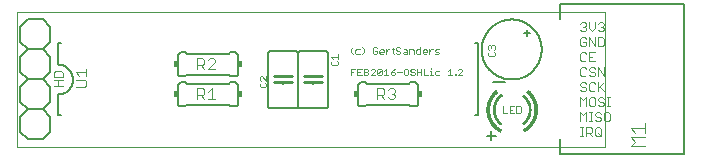
<source format=gto>
G75*
%MOIN*%
%OFA0B0*%
%FSLAX25Y25*%
%IPPOS*%
%LPD*%
%AMOC8*
5,1,8,0,0,1.08239X$1,22.5*
%
%ADD10C,0.00000*%
%ADD11C,0.00200*%
%ADD12C,0.00500*%
%ADD13C,0.00800*%
%ADD14C,0.00400*%
%ADD15C,0.00600*%
%ADD16C,0.01000*%
%ADD17R,0.01500X0.02000*%
%ADD18C,0.00060*%
%ADD19C,0.00100*%
%ADD20C,0.00300*%
D10*
X0042595Y0003750D02*
X0042595Y0048750D01*
X0238845Y0048750D01*
X0238845Y0003750D01*
X0042595Y0003750D01*
D11*
X0123543Y0023967D02*
X0123910Y0023600D01*
X0125378Y0023600D01*
X0125745Y0023967D01*
X0125745Y0024701D01*
X0125378Y0025068D01*
X0125745Y0025810D02*
X0124277Y0027278D01*
X0123910Y0027278D01*
X0123543Y0026911D01*
X0123543Y0026177D01*
X0123910Y0025810D01*
X0123910Y0025068D02*
X0123543Y0024701D01*
X0123543Y0023967D01*
X0125745Y0025810D02*
X0125745Y0027278D01*
X0147443Y0031297D02*
X0147810Y0030930D01*
X0149278Y0030930D01*
X0149645Y0031297D01*
X0149645Y0032031D01*
X0149278Y0032398D01*
X0149645Y0033140D02*
X0149645Y0034608D01*
X0149645Y0033874D02*
X0147443Y0033874D01*
X0148177Y0033140D01*
X0147810Y0032398D02*
X0147443Y0032031D01*
X0147443Y0031297D01*
X0153945Y0029802D02*
X0155413Y0029802D01*
X0156155Y0029802D02*
X0156155Y0027600D01*
X0157623Y0027600D01*
X0158365Y0027600D02*
X0159466Y0027600D01*
X0159833Y0027967D01*
X0159833Y0028334D01*
X0159466Y0028701D01*
X0158365Y0028701D01*
X0159466Y0028701D02*
X0159833Y0029068D01*
X0159833Y0029435D01*
X0159466Y0029802D01*
X0158365Y0029802D01*
X0158365Y0027600D01*
X0156889Y0028701D02*
X0156155Y0028701D01*
X0156155Y0029802D02*
X0157623Y0029802D01*
X0160575Y0029435D02*
X0160942Y0029802D01*
X0161676Y0029802D01*
X0162043Y0029435D01*
X0162043Y0029068D01*
X0160575Y0027600D01*
X0162043Y0027600D01*
X0162785Y0027967D02*
X0164253Y0029435D01*
X0164253Y0027967D01*
X0163886Y0027600D01*
X0163152Y0027600D01*
X0162785Y0027967D01*
X0162785Y0029435D01*
X0163152Y0029802D01*
X0163886Y0029802D01*
X0164253Y0029435D01*
X0164995Y0029068D02*
X0165728Y0029802D01*
X0165728Y0027600D01*
X0164995Y0027600D02*
X0166462Y0027600D01*
X0167204Y0027967D02*
X0167204Y0028701D01*
X0168305Y0028701D01*
X0168672Y0028334D01*
X0168672Y0027967D01*
X0168305Y0027600D01*
X0167571Y0027600D01*
X0167204Y0027967D01*
X0167204Y0028701D02*
X0167938Y0029435D01*
X0168672Y0029802D01*
X0169414Y0028701D02*
X0170882Y0028701D01*
X0171624Y0029435D02*
X0171624Y0027967D01*
X0171991Y0027600D01*
X0172725Y0027600D01*
X0173092Y0027967D01*
X0173092Y0029435D01*
X0172725Y0029802D01*
X0171991Y0029802D01*
X0171624Y0029435D01*
X0173834Y0029435D02*
X0173834Y0029068D01*
X0174201Y0028701D01*
X0174935Y0028701D01*
X0175302Y0028334D01*
X0175302Y0027967D01*
X0174935Y0027600D01*
X0174201Y0027600D01*
X0173834Y0027967D01*
X0176044Y0027600D02*
X0176044Y0029802D01*
X0175302Y0029435D02*
X0174935Y0029802D01*
X0174201Y0029802D01*
X0173834Y0029435D01*
X0176044Y0028701D02*
X0177512Y0028701D01*
X0177512Y0029802D02*
X0177512Y0027600D01*
X0178254Y0027600D02*
X0179722Y0027600D01*
X0180464Y0027600D02*
X0181198Y0027600D01*
X0180831Y0027600D02*
X0180831Y0029068D01*
X0180464Y0029068D01*
X0180831Y0029802D02*
X0180831Y0030169D01*
X0181937Y0028701D02*
X0181937Y0027967D01*
X0182304Y0027600D01*
X0183405Y0027600D01*
X0183405Y0029068D02*
X0182304Y0029068D01*
X0181937Y0028701D01*
X0186357Y0029068D02*
X0187091Y0029802D01*
X0187091Y0027600D01*
X0186357Y0027600D02*
X0187825Y0027600D01*
X0188567Y0027600D02*
X0188934Y0027600D01*
X0188934Y0027967D01*
X0188567Y0027967D01*
X0188567Y0027600D01*
X0189672Y0027600D02*
X0191139Y0029068D01*
X0191139Y0029435D01*
X0190772Y0029802D01*
X0190038Y0029802D01*
X0189672Y0029435D01*
X0189672Y0027600D02*
X0191139Y0027600D01*
X0178254Y0027600D02*
X0178254Y0029802D01*
X0178252Y0034800D02*
X0177886Y0035167D01*
X0177886Y0035901D01*
X0178252Y0036268D01*
X0178986Y0036268D01*
X0179353Y0035901D01*
X0179353Y0035534D01*
X0177886Y0035534D01*
X0178252Y0034800D02*
X0178986Y0034800D01*
X0180095Y0034800D02*
X0180095Y0036268D01*
X0180095Y0035534D02*
X0180829Y0036268D01*
X0181196Y0036268D01*
X0181937Y0035901D02*
X0182304Y0036268D01*
X0183405Y0036268D01*
X0183038Y0035534D02*
X0182304Y0035534D01*
X0181937Y0035901D01*
X0181937Y0034800D02*
X0183038Y0034800D01*
X0183405Y0035167D01*
X0183038Y0035534D01*
X0177144Y0036268D02*
X0176043Y0036268D01*
X0175676Y0035901D01*
X0175676Y0035167D01*
X0176043Y0034800D01*
X0177144Y0034800D01*
X0177144Y0037002D01*
X0174934Y0035901D02*
X0174934Y0034800D01*
X0174934Y0035901D02*
X0174567Y0036268D01*
X0173466Y0036268D01*
X0173466Y0034800D01*
X0172724Y0034800D02*
X0171623Y0034800D01*
X0171256Y0035167D01*
X0171623Y0035534D01*
X0172724Y0035534D01*
X0172724Y0035901D02*
X0172724Y0034800D01*
X0172724Y0035901D02*
X0172357Y0036268D01*
X0171623Y0036268D01*
X0170514Y0036635D02*
X0170147Y0037002D01*
X0169413Y0037002D01*
X0169046Y0036635D01*
X0169046Y0036268D01*
X0169413Y0035901D01*
X0170147Y0035901D01*
X0170514Y0035534D01*
X0170514Y0035167D01*
X0170147Y0034800D01*
X0169413Y0034800D01*
X0169046Y0035167D01*
X0168307Y0034800D02*
X0167940Y0035167D01*
X0167940Y0036635D01*
X0167573Y0036268D02*
X0168307Y0036268D01*
X0166832Y0036268D02*
X0166465Y0036268D01*
X0165731Y0035534D01*
X0165731Y0034800D02*
X0165731Y0036268D01*
X0164989Y0035901D02*
X0164989Y0035534D01*
X0163521Y0035534D01*
X0163521Y0035901D02*
X0163888Y0036268D01*
X0164622Y0036268D01*
X0164989Y0035901D01*
X0164622Y0034800D02*
X0163888Y0034800D01*
X0163521Y0035167D01*
X0163521Y0035901D01*
X0162779Y0035901D02*
X0162045Y0035901D01*
X0162779Y0035901D02*
X0162779Y0035167D01*
X0162412Y0034800D01*
X0161678Y0034800D01*
X0161311Y0035167D01*
X0161311Y0036635D01*
X0161678Y0037002D01*
X0162412Y0037002D01*
X0162779Y0036635D01*
X0158362Y0036268D02*
X0157628Y0037002D01*
X0158362Y0036268D02*
X0158362Y0035534D01*
X0157628Y0034800D01*
X0156886Y0034800D02*
X0155785Y0034800D01*
X0155418Y0035167D01*
X0155418Y0035901D01*
X0155785Y0036268D01*
X0156886Y0036268D01*
X0154679Y0037002D02*
X0153945Y0036268D01*
X0153945Y0035534D01*
X0154679Y0034800D01*
X0153945Y0029802D02*
X0153945Y0027600D01*
X0153945Y0028701D02*
X0154679Y0028701D01*
X0199693Y0034297D02*
X0200060Y0033930D01*
X0201528Y0033930D01*
X0201895Y0034297D01*
X0201895Y0035031D01*
X0201528Y0035398D01*
X0201528Y0036140D02*
X0201895Y0036507D01*
X0201895Y0037241D01*
X0201528Y0037608D01*
X0201161Y0037608D01*
X0200794Y0037241D01*
X0200794Y0036874D01*
X0200794Y0037241D02*
X0200427Y0037608D01*
X0200060Y0037608D01*
X0199693Y0037241D01*
X0199693Y0036507D01*
X0200060Y0036140D01*
X0200060Y0035398D02*
X0199693Y0035031D01*
X0199693Y0034297D01*
X0204695Y0017302D02*
X0204695Y0015100D01*
X0206163Y0015100D01*
X0206905Y0015100D02*
X0208373Y0015100D01*
X0209115Y0015100D02*
X0210216Y0015100D01*
X0210583Y0015467D01*
X0210583Y0016935D01*
X0210216Y0017302D01*
X0209115Y0017302D01*
X0209115Y0015100D01*
X0207639Y0016201D02*
X0206905Y0016201D01*
X0206905Y0017302D02*
X0206905Y0015100D01*
X0206905Y0017302D02*
X0208373Y0017302D01*
D12*
X0205315Y0025253D02*
X0201245Y0025253D01*
X0200795Y0008950D02*
X0200795Y0006050D01*
X0199295Y0007450D02*
X0202395Y0007450D01*
X0223845Y0006250D02*
X0223845Y0001250D01*
X0265095Y0001250D01*
X0265095Y0051250D01*
X0223845Y0051250D01*
X0223845Y0046250D01*
D13*
X0196345Y0038250D02*
X0195345Y0038250D01*
X0196345Y0038250D02*
X0196345Y0014250D01*
X0195345Y0014250D01*
X0057345Y0014250D02*
X0056345Y0014250D01*
X0056345Y0021250D01*
X0056485Y0021252D01*
X0056625Y0021258D01*
X0056765Y0021268D01*
X0056905Y0021281D01*
X0057044Y0021299D01*
X0057183Y0021321D01*
X0057320Y0021346D01*
X0057458Y0021375D01*
X0057594Y0021408D01*
X0057729Y0021445D01*
X0057863Y0021486D01*
X0057996Y0021531D01*
X0058128Y0021579D01*
X0058258Y0021631D01*
X0058387Y0021686D01*
X0058514Y0021745D01*
X0058640Y0021808D01*
X0058764Y0021874D01*
X0058885Y0021943D01*
X0059005Y0022016D01*
X0059123Y0022093D01*
X0059238Y0022172D01*
X0059352Y0022255D01*
X0059462Y0022341D01*
X0059571Y0022430D01*
X0059677Y0022522D01*
X0059780Y0022617D01*
X0059881Y0022714D01*
X0059978Y0022815D01*
X0060073Y0022918D01*
X0060165Y0023024D01*
X0060254Y0023133D01*
X0060340Y0023243D01*
X0060423Y0023357D01*
X0060502Y0023472D01*
X0060579Y0023590D01*
X0060652Y0023710D01*
X0060721Y0023831D01*
X0060787Y0023955D01*
X0060850Y0024081D01*
X0060909Y0024208D01*
X0060964Y0024337D01*
X0061016Y0024467D01*
X0061064Y0024599D01*
X0061109Y0024732D01*
X0061150Y0024866D01*
X0061187Y0025001D01*
X0061220Y0025137D01*
X0061249Y0025275D01*
X0061274Y0025412D01*
X0061296Y0025551D01*
X0061314Y0025690D01*
X0061327Y0025830D01*
X0061337Y0025970D01*
X0061343Y0026110D01*
X0061345Y0026250D01*
X0061343Y0026390D01*
X0061337Y0026530D01*
X0061327Y0026670D01*
X0061314Y0026810D01*
X0061296Y0026949D01*
X0061274Y0027088D01*
X0061249Y0027225D01*
X0061220Y0027363D01*
X0061187Y0027499D01*
X0061150Y0027634D01*
X0061109Y0027768D01*
X0061064Y0027901D01*
X0061016Y0028033D01*
X0060964Y0028163D01*
X0060909Y0028292D01*
X0060850Y0028419D01*
X0060787Y0028545D01*
X0060721Y0028669D01*
X0060652Y0028790D01*
X0060579Y0028910D01*
X0060502Y0029028D01*
X0060423Y0029143D01*
X0060340Y0029257D01*
X0060254Y0029367D01*
X0060165Y0029476D01*
X0060073Y0029582D01*
X0059978Y0029685D01*
X0059881Y0029786D01*
X0059780Y0029883D01*
X0059677Y0029978D01*
X0059571Y0030070D01*
X0059462Y0030159D01*
X0059352Y0030245D01*
X0059238Y0030328D01*
X0059123Y0030407D01*
X0059005Y0030484D01*
X0058885Y0030557D01*
X0058764Y0030626D01*
X0058640Y0030692D01*
X0058514Y0030755D01*
X0058387Y0030814D01*
X0058258Y0030869D01*
X0058128Y0030921D01*
X0057996Y0030969D01*
X0057863Y0031014D01*
X0057729Y0031055D01*
X0057594Y0031092D01*
X0057458Y0031125D01*
X0057320Y0031154D01*
X0057183Y0031179D01*
X0057044Y0031201D01*
X0056905Y0031219D01*
X0056765Y0031232D01*
X0056625Y0031242D01*
X0056485Y0031248D01*
X0056345Y0031250D01*
X0056345Y0038250D01*
X0057345Y0038250D01*
D14*
X0065795Y0029885D02*
X0065795Y0027483D01*
X0065795Y0028684D02*
X0062192Y0028684D01*
X0063393Y0027483D01*
X0062192Y0026202D02*
X0065195Y0026202D01*
X0065795Y0025602D01*
X0065795Y0024401D01*
X0065195Y0023800D01*
X0062192Y0023800D01*
X0102795Y0023303D02*
X0102795Y0019800D01*
X0102795Y0020968D02*
X0104547Y0020968D01*
X0105130Y0021551D01*
X0105130Y0022719D01*
X0104547Y0023303D01*
X0102795Y0023303D01*
X0106386Y0022135D02*
X0107554Y0023303D01*
X0107554Y0019800D01*
X0106386Y0019800D02*
X0108722Y0019800D01*
X0105130Y0019800D02*
X0103963Y0020968D01*
X0105080Y0029800D02*
X0103913Y0030968D01*
X0104497Y0030968D02*
X0102745Y0030968D01*
X0102745Y0029800D02*
X0102745Y0033303D01*
X0104497Y0033303D01*
X0105080Y0032719D01*
X0105080Y0031551D01*
X0104497Y0030968D01*
X0106336Y0029800D02*
X0108672Y0032135D01*
X0108672Y0032719D01*
X0108088Y0033303D01*
X0106920Y0033303D01*
X0106336Y0032719D01*
X0106336Y0029800D02*
X0108672Y0029800D01*
X0162795Y0023253D02*
X0162795Y0019750D01*
X0162795Y0020918D02*
X0164547Y0020918D01*
X0165130Y0021501D01*
X0165130Y0022669D01*
X0164547Y0023253D01*
X0162795Y0023253D01*
X0166386Y0022669D02*
X0166970Y0023253D01*
X0168138Y0023253D01*
X0168722Y0022669D01*
X0168722Y0022085D01*
X0168138Y0021501D01*
X0168722Y0020918D01*
X0168722Y0020334D01*
X0168138Y0019750D01*
X0166970Y0019750D01*
X0166386Y0020334D01*
X0165130Y0019750D02*
X0163963Y0020918D01*
X0167554Y0021501D02*
X0168138Y0021501D01*
X0247291Y0010089D02*
X0248826Y0008554D01*
X0247291Y0010089D02*
X0251895Y0010089D01*
X0251895Y0011623D02*
X0251895Y0008554D01*
X0251895Y0007019D02*
X0247291Y0007019D01*
X0248826Y0005485D01*
X0247291Y0003950D01*
X0251895Y0003950D01*
D15*
X0176345Y0018250D02*
X0176345Y0024250D01*
X0176343Y0024310D01*
X0176338Y0024371D01*
X0176329Y0024430D01*
X0176316Y0024489D01*
X0176300Y0024548D01*
X0176280Y0024605D01*
X0176257Y0024660D01*
X0176230Y0024715D01*
X0176201Y0024767D01*
X0176168Y0024818D01*
X0176132Y0024867D01*
X0176094Y0024913D01*
X0176052Y0024957D01*
X0176008Y0024999D01*
X0175962Y0025037D01*
X0175913Y0025073D01*
X0175862Y0025106D01*
X0175810Y0025135D01*
X0175755Y0025162D01*
X0175700Y0025185D01*
X0175643Y0025205D01*
X0175584Y0025221D01*
X0175525Y0025234D01*
X0175466Y0025243D01*
X0175405Y0025248D01*
X0175345Y0025250D01*
X0173845Y0025250D01*
X0173345Y0024750D01*
X0159345Y0024750D01*
X0158845Y0025250D01*
X0157345Y0025250D01*
X0157285Y0025248D01*
X0157224Y0025243D01*
X0157165Y0025234D01*
X0157106Y0025221D01*
X0157047Y0025205D01*
X0156990Y0025185D01*
X0156935Y0025162D01*
X0156880Y0025135D01*
X0156828Y0025106D01*
X0156777Y0025073D01*
X0156728Y0025037D01*
X0156682Y0024999D01*
X0156638Y0024957D01*
X0156596Y0024913D01*
X0156558Y0024867D01*
X0156522Y0024818D01*
X0156489Y0024767D01*
X0156460Y0024715D01*
X0156433Y0024660D01*
X0156410Y0024605D01*
X0156390Y0024548D01*
X0156374Y0024489D01*
X0156361Y0024430D01*
X0156352Y0024371D01*
X0156347Y0024310D01*
X0156345Y0024250D01*
X0156345Y0018250D01*
X0156347Y0018190D01*
X0156352Y0018129D01*
X0156361Y0018070D01*
X0156374Y0018011D01*
X0156390Y0017952D01*
X0156410Y0017895D01*
X0156433Y0017840D01*
X0156460Y0017785D01*
X0156489Y0017733D01*
X0156522Y0017682D01*
X0156558Y0017633D01*
X0156596Y0017587D01*
X0156638Y0017543D01*
X0156682Y0017501D01*
X0156728Y0017463D01*
X0156777Y0017427D01*
X0156828Y0017394D01*
X0156880Y0017365D01*
X0156935Y0017338D01*
X0156990Y0017315D01*
X0157047Y0017295D01*
X0157106Y0017279D01*
X0157165Y0017266D01*
X0157224Y0017257D01*
X0157285Y0017252D01*
X0157345Y0017250D01*
X0158845Y0017250D01*
X0159345Y0017750D01*
X0173345Y0017750D01*
X0173845Y0017250D01*
X0175345Y0017250D01*
X0175405Y0017252D01*
X0175466Y0017257D01*
X0175525Y0017266D01*
X0175584Y0017279D01*
X0175643Y0017295D01*
X0175700Y0017315D01*
X0175755Y0017338D01*
X0175810Y0017365D01*
X0175862Y0017394D01*
X0175913Y0017427D01*
X0175962Y0017463D01*
X0176008Y0017501D01*
X0176052Y0017543D01*
X0176094Y0017587D01*
X0176132Y0017633D01*
X0176168Y0017682D01*
X0176201Y0017733D01*
X0176230Y0017785D01*
X0176257Y0017840D01*
X0176280Y0017895D01*
X0176300Y0017952D01*
X0176316Y0018011D01*
X0176329Y0018070D01*
X0176338Y0018129D01*
X0176343Y0018190D01*
X0176345Y0018250D01*
X0146345Y0017750D02*
X0146345Y0034750D01*
X0146343Y0034810D01*
X0146338Y0034871D01*
X0146329Y0034930D01*
X0146316Y0034989D01*
X0146300Y0035048D01*
X0146280Y0035105D01*
X0146257Y0035160D01*
X0146230Y0035215D01*
X0146201Y0035267D01*
X0146168Y0035318D01*
X0146132Y0035367D01*
X0146094Y0035413D01*
X0146052Y0035457D01*
X0146008Y0035499D01*
X0145962Y0035537D01*
X0145913Y0035573D01*
X0145862Y0035606D01*
X0145810Y0035635D01*
X0145755Y0035662D01*
X0145700Y0035685D01*
X0145643Y0035705D01*
X0145584Y0035721D01*
X0145525Y0035734D01*
X0145466Y0035743D01*
X0145405Y0035748D01*
X0145345Y0035750D01*
X0137345Y0035750D01*
X0137285Y0035748D01*
X0137224Y0035743D01*
X0137165Y0035734D01*
X0137106Y0035721D01*
X0137047Y0035705D01*
X0136990Y0035685D01*
X0136935Y0035662D01*
X0136880Y0035635D01*
X0136828Y0035606D01*
X0136777Y0035573D01*
X0136728Y0035537D01*
X0136682Y0035499D01*
X0136638Y0035457D01*
X0136596Y0035413D01*
X0136558Y0035367D01*
X0136522Y0035318D01*
X0136489Y0035267D01*
X0136460Y0035215D01*
X0136433Y0035160D01*
X0136410Y0035105D01*
X0136390Y0035048D01*
X0136374Y0034989D01*
X0136361Y0034930D01*
X0136352Y0034871D01*
X0136347Y0034810D01*
X0136345Y0034750D01*
X0136345Y0017750D01*
X0136345Y0034750D01*
X0136343Y0034810D01*
X0136338Y0034871D01*
X0136329Y0034930D01*
X0136316Y0034989D01*
X0136300Y0035048D01*
X0136280Y0035105D01*
X0136257Y0035160D01*
X0136230Y0035215D01*
X0136201Y0035267D01*
X0136168Y0035318D01*
X0136132Y0035367D01*
X0136094Y0035413D01*
X0136052Y0035457D01*
X0136008Y0035499D01*
X0135962Y0035537D01*
X0135913Y0035573D01*
X0135862Y0035606D01*
X0135810Y0035635D01*
X0135755Y0035662D01*
X0135700Y0035685D01*
X0135643Y0035705D01*
X0135584Y0035721D01*
X0135525Y0035734D01*
X0135466Y0035743D01*
X0135405Y0035748D01*
X0135345Y0035750D01*
X0127345Y0035750D01*
X0127285Y0035748D01*
X0127224Y0035743D01*
X0127165Y0035734D01*
X0127106Y0035721D01*
X0127047Y0035705D01*
X0126990Y0035685D01*
X0126935Y0035662D01*
X0126880Y0035635D01*
X0126828Y0035606D01*
X0126777Y0035573D01*
X0126728Y0035537D01*
X0126682Y0035499D01*
X0126638Y0035457D01*
X0126596Y0035413D01*
X0126558Y0035367D01*
X0126522Y0035318D01*
X0126489Y0035267D01*
X0126460Y0035215D01*
X0126433Y0035160D01*
X0126410Y0035105D01*
X0126390Y0035048D01*
X0126374Y0034989D01*
X0126361Y0034930D01*
X0126352Y0034871D01*
X0126347Y0034810D01*
X0126345Y0034750D01*
X0126345Y0017750D01*
X0126347Y0017690D01*
X0126352Y0017629D01*
X0126361Y0017570D01*
X0126374Y0017511D01*
X0126390Y0017452D01*
X0126410Y0017395D01*
X0126433Y0017340D01*
X0126460Y0017285D01*
X0126489Y0017233D01*
X0126522Y0017182D01*
X0126558Y0017133D01*
X0126596Y0017087D01*
X0126638Y0017043D01*
X0126682Y0017001D01*
X0126728Y0016963D01*
X0126777Y0016927D01*
X0126828Y0016894D01*
X0126880Y0016865D01*
X0126935Y0016838D01*
X0126990Y0016815D01*
X0127047Y0016795D01*
X0127106Y0016779D01*
X0127165Y0016766D01*
X0127224Y0016757D01*
X0127285Y0016752D01*
X0127345Y0016750D01*
X0135345Y0016750D01*
X0135405Y0016752D01*
X0135466Y0016757D01*
X0135525Y0016766D01*
X0135584Y0016779D01*
X0135643Y0016795D01*
X0135700Y0016815D01*
X0135755Y0016838D01*
X0135810Y0016865D01*
X0135862Y0016894D01*
X0135913Y0016927D01*
X0135962Y0016963D01*
X0136008Y0017001D01*
X0136052Y0017043D01*
X0136094Y0017087D01*
X0136132Y0017133D01*
X0136168Y0017182D01*
X0136201Y0017233D01*
X0136230Y0017285D01*
X0136257Y0017340D01*
X0136280Y0017395D01*
X0136300Y0017452D01*
X0136316Y0017511D01*
X0136329Y0017570D01*
X0136338Y0017629D01*
X0136343Y0017690D01*
X0136345Y0017750D01*
X0136347Y0017690D01*
X0136352Y0017629D01*
X0136361Y0017570D01*
X0136374Y0017511D01*
X0136390Y0017452D01*
X0136410Y0017395D01*
X0136433Y0017340D01*
X0136460Y0017285D01*
X0136489Y0017233D01*
X0136522Y0017182D01*
X0136558Y0017133D01*
X0136596Y0017087D01*
X0136638Y0017043D01*
X0136682Y0017001D01*
X0136728Y0016963D01*
X0136777Y0016927D01*
X0136828Y0016894D01*
X0136880Y0016865D01*
X0136935Y0016838D01*
X0136990Y0016815D01*
X0137047Y0016795D01*
X0137106Y0016779D01*
X0137165Y0016766D01*
X0137224Y0016757D01*
X0137285Y0016752D01*
X0137345Y0016750D01*
X0145345Y0016750D01*
X0145405Y0016752D01*
X0145466Y0016757D01*
X0145525Y0016766D01*
X0145584Y0016779D01*
X0145643Y0016795D01*
X0145700Y0016815D01*
X0145755Y0016838D01*
X0145810Y0016865D01*
X0145862Y0016894D01*
X0145913Y0016927D01*
X0145962Y0016963D01*
X0146008Y0017001D01*
X0146052Y0017043D01*
X0146094Y0017087D01*
X0146132Y0017133D01*
X0146168Y0017182D01*
X0146201Y0017233D01*
X0146230Y0017285D01*
X0146257Y0017340D01*
X0146280Y0017395D01*
X0146300Y0017452D01*
X0146316Y0017511D01*
X0146329Y0017570D01*
X0146338Y0017629D01*
X0146343Y0017690D01*
X0146345Y0017750D01*
X0141345Y0024750D02*
X0141345Y0025250D01*
X0141345Y0027250D02*
X0141345Y0027750D01*
X0131345Y0027750D02*
X0131345Y0027250D01*
X0131345Y0025250D02*
X0131345Y0024750D01*
X0116345Y0024250D02*
X0116345Y0018250D01*
X0116343Y0018190D01*
X0116338Y0018129D01*
X0116329Y0018070D01*
X0116316Y0018011D01*
X0116300Y0017952D01*
X0116280Y0017895D01*
X0116257Y0017840D01*
X0116230Y0017785D01*
X0116201Y0017733D01*
X0116168Y0017682D01*
X0116132Y0017633D01*
X0116094Y0017587D01*
X0116052Y0017543D01*
X0116008Y0017501D01*
X0115962Y0017463D01*
X0115913Y0017427D01*
X0115862Y0017394D01*
X0115810Y0017365D01*
X0115755Y0017338D01*
X0115700Y0017315D01*
X0115643Y0017295D01*
X0115584Y0017279D01*
X0115525Y0017266D01*
X0115466Y0017257D01*
X0115405Y0017252D01*
X0115345Y0017250D01*
X0113845Y0017250D01*
X0113345Y0017750D01*
X0099345Y0017750D01*
X0098845Y0017250D01*
X0097345Y0017250D01*
X0097285Y0017252D01*
X0097224Y0017257D01*
X0097165Y0017266D01*
X0097106Y0017279D01*
X0097047Y0017295D01*
X0096990Y0017315D01*
X0096935Y0017338D01*
X0096880Y0017365D01*
X0096828Y0017394D01*
X0096777Y0017427D01*
X0096728Y0017463D01*
X0096682Y0017501D01*
X0096638Y0017543D01*
X0096596Y0017587D01*
X0096558Y0017633D01*
X0096522Y0017682D01*
X0096489Y0017733D01*
X0096460Y0017785D01*
X0096433Y0017840D01*
X0096410Y0017895D01*
X0096390Y0017952D01*
X0096374Y0018011D01*
X0096361Y0018070D01*
X0096352Y0018129D01*
X0096347Y0018190D01*
X0096345Y0018250D01*
X0096345Y0024250D01*
X0096347Y0024310D01*
X0096352Y0024371D01*
X0096361Y0024430D01*
X0096374Y0024489D01*
X0096390Y0024548D01*
X0096410Y0024605D01*
X0096433Y0024660D01*
X0096460Y0024715D01*
X0096489Y0024767D01*
X0096522Y0024818D01*
X0096558Y0024867D01*
X0096596Y0024913D01*
X0096638Y0024957D01*
X0096682Y0024999D01*
X0096728Y0025037D01*
X0096777Y0025073D01*
X0096828Y0025106D01*
X0096880Y0025135D01*
X0096935Y0025162D01*
X0096990Y0025185D01*
X0097047Y0025205D01*
X0097106Y0025221D01*
X0097165Y0025234D01*
X0097224Y0025243D01*
X0097285Y0025248D01*
X0097345Y0025250D01*
X0098845Y0025250D01*
X0099345Y0024750D01*
X0113345Y0024750D01*
X0113845Y0025250D01*
X0115345Y0025250D01*
X0115405Y0025248D01*
X0115466Y0025243D01*
X0115525Y0025234D01*
X0115584Y0025221D01*
X0115643Y0025205D01*
X0115700Y0025185D01*
X0115755Y0025162D01*
X0115810Y0025135D01*
X0115862Y0025106D01*
X0115913Y0025073D01*
X0115962Y0025037D01*
X0116008Y0024999D01*
X0116052Y0024957D01*
X0116094Y0024913D01*
X0116132Y0024867D01*
X0116168Y0024818D01*
X0116201Y0024767D01*
X0116230Y0024715D01*
X0116257Y0024660D01*
X0116280Y0024605D01*
X0116300Y0024548D01*
X0116316Y0024489D01*
X0116329Y0024430D01*
X0116338Y0024371D01*
X0116343Y0024310D01*
X0116345Y0024250D01*
X0115345Y0027250D02*
X0113845Y0027250D01*
X0113345Y0027750D01*
X0099345Y0027750D01*
X0098845Y0027250D01*
X0097345Y0027250D01*
X0097285Y0027252D01*
X0097224Y0027257D01*
X0097165Y0027266D01*
X0097106Y0027279D01*
X0097047Y0027295D01*
X0096990Y0027315D01*
X0096935Y0027338D01*
X0096880Y0027365D01*
X0096828Y0027394D01*
X0096777Y0027427D01*
X0096728Y0027463D01*
X0096682Y0027501D01*
X0096638Y0027543D01*
X0096596Y0027587D01*
X0096558Y0027633D01*
X0096522Y0027682D01*
X0096489Y0027733D01*
X0096460Y0027785D01*
X0096433Y0027840D01*
X0096410Y0027895D01*
X0096390Y0027952D01*
X0096374Y0028011D01*
X0096361Y0028070D01*
X0096352Y0028129D01*
X0096347Y0028190D01*
X0096345Y0028250D01*
X0096345Y0034250D01*
X0096347Y0034310D01*
X0096352Y0034371D01*
X0096361Y0034430D01*
X0096374Y0034489D01*
X0096390Y0034548D01*
X0096410Y0034605D01*
X0096433Y0034660D01*
X0096460Y0034715D01*
X0096489Y0034767D01*
X0096522Y0034818D01*
X0096558Y0034867D01*
X0096596Y0034913D01*
X0096638Y0034957D01*
X0096682Y0034999D01*
X0096728Y0035037D01*
X0096777Y0035073D01*
X0096828Y0035106D01*
X0096880Y0035135D01*
X0096935Y0035162D01*
X0096990Y0035185D01*
X0097047Y0035205D01*
X0097106Y0035221D01*
X0097165Y0035234D01*
X0097224Y0035243D01*
X0097285Y0035248D01*
X0097345Y0035250D01*
X0098845Y0035250D01*
X0099345Y0034750D01*
X0113345Y0034750D01*
X0113845Y0035250D01*
X0115345Y0035250D01*
X0115405Y0035248D01*
X0115466Y0035243D01*
X0115525Y0035234D01*
X0115584Y0035221D01*
X0115643Y0035205D01*
X0115700Y0035185D01*
X0115755Y0035162D01*
X0115810Y0035135D01*
X0115862Y0035106D01*
X0115913Y0035073D01*
X0115962Y0035037D01*
X0116008Y0034999D01*
X0116052Y0034957D01*
X0116094Y0034913D01*
X0116132Y0034867D01*
X0116168Y0034818D01*
X0116201Y0034767D01*
X0116230Y0034715D01*
X0116257Y0034660D01*
X0116280Y0034605D01*
X0116300Y0034548D01*
X0116316Y0034489D01*
X0116329Y0034430D01*
X0116338Y0034371D01*
X0116343Y0034310D01*
X0116345Y0034250D01*
X0116345Y0028250D01*
X0116343Y0028190D01*
X0116338Y0028129D01*
X0116329Y0028070D01*
X0116316Y0028011D01*
X0116300Y0027952D01*
X0116280Y0027895D01*
X0116257Y0027840D01*
X0116230Y0027785D01*
X0116201Y0027733D01*
X0116168Y0027682D01*
X0116132Y0027633D01*
X0116094Y0027587D01*
X0116052Y0027543D01*
X0116008Y0027501D01*
X0115962Y0027463D01*
X0115913Y0027427D01*
X0115862Y0027394D01*
X0115810Y0027365D01*
X0115755Y0027338D01*
X0115700Y0027315D01*
X0115643Y0027295D01*
X0115584Y0027279D01*
X0115525Y0027266D01*
X0115466Y0027257D01*
X0115405Y0027252D01*
X0115345Y0027250D01*
X0053845Y0028750D02*
X0051345Y0026250D01*
X0046345Y0026250D01*
X0043845Y0028750D01*
X0043845Y0033750D01*
X0046345Y0036250D01*
X0043845Y0038750D01*
X0043845Y0043750D01*
X0046345Y0046250D01*
X0051345Y0046250D01*
X0053845Y0043750D01*
X0053845Y0038750D01*
X0051345Y0036250D01*
X0053845Y0033750D01*
X0053845Y0028750D01*
X0051345Y0026250D02*
X0053845Y0023750D01*
X0053845Y0018750D01*
X0051345Y0016250D01*
X0053845Y0013750D01*
X0053845Y0008750D01*
X0051345Y0006250D01*
X0046345Y0006250D01*
X0043845Y0008750D01*
X0043845Y0013750D01*
X0046345Y0016250D01*
X0043845Y0018750D01*
X0043845Y0023750D01*
X0046345Y0026250D01*
X0046345Y0016250D02*
X0051345Y0016250D01*
X0051345Y0036250D02*
X0046345Y0036250D01*
X0197595Y0036250D02*
X0197598Y0036495D01*
X0197607Y0036741D01*
X0197622Y0036986D01*
X0197643Y0037230D01*
X0197670Y0037474D01*
X0197703Y0037717D01*
X0197742Y0037960D01*
X0197787Y0038201D01*
X0197838Y0038441D01*
X0197895Y0038680D01*
X0197957Y0038917D01*
X0198026Y0039153D01*
X0198100Y0039387D01*
X0198180Y0039619D01*
X0198265Y0039849D01*
X0198356Y0040077D01*
X0198453Y0040302D01*
X0198555Y0040526D01*
X0198663Y0040746D01*
X0198776Y0040964D01*
X0198894Y0041179D01*
X0199018Y0041391D01*
X0199146Y0041600D01*
X0199280Y0041806D01*
X0199419Y0042008D01*
X0199563Y0042207D01*
X0199712Y0042402D01*
X0199865Y0042594D01*
X0200023Y0042782D01*
X0200185Y0042966D01*
X0200353Y0043145D01*
X0200524Y0043321D01*
X0200700Y0043492D01*
X0200879Y0043660D01*
X0201063Y0043822D01*
X0201251Y0043980D01*
X0201443Y0044133D01*
X0201638Y0044282D01*
X0201837Y0044426D01*
X0202039Y0044565D01*
X0202245Y0044699D01*
X0202454Y0044827D01*
X0202666Y0044951D01*
X0202881Y0045069D01*
X0203099Y0045182D01*
X0203319Y0045290D01*
X0203543Y0045392D01*
X0203768Y0045489D01*
X0203996Y0045580D01*
X0204226Y0045665D01*
X0204458Y0045745D01*
X0204692Y0045819D01*
X0204928Y0045888D01*
X0205165Y0045950D01*
X0205404Y0046007D01*
X0205644Y0046058D01*
X0205885Y0046103D01*
X0206128Y0046142D01*
X0206371Y0046175D01*
X0206615Y0046202D01*
X0206859Y0046223D01*
X0207104Y0046238D01*
X0207350Y0046247D01*
X0207595Y0046250D01*
X0207840Y0046247D01*
X0208086Y0046238D01*
X0208331Y0046223D01*
X0208575Y0046202D01*
X0208819Y0046175D01*
X0209062Y0046142D01*
X0209305Y0046103D01*
X0209546Y0046058D01*
X0209786Y0046007D01*
X0210025Y0045950D01*
X0210262Y0045888D01*
X0210498Y0045819D01*
X0210732Y0045745D01*
X0210964Y0045665D01*
X0211194Y0045580D01*
X0211422Y0045489D01*
X0211647Y0045392D01*
X0211871Y0045290D01*
X0212091Y0045182D01*
X0212309Y0045069D01*
X0212524Y0044951D01*
X0212736Y0044827D01*
X0212945Y0044699D01*
X0213151Y0044565D01*
X0213353Y0044426D01*
X0213552Y0044282D01*
X0213747Y0044133D01*
X0213939Y0043980D01*
X0214127Y0043822D01*
X0214311Y0043660D01*
X0214490Y0043492D01*
X0214666Y0043321D01*
X0214837Y0043145D01*
X0215005Y0042966D01*
X0215167Y0042782D01*
X0215325Y0042594D01*
X0215478Y0042402D01*
X0215627Y0042207D01*
X0215771Y0042008D01*
X0215910Y0041806D01*
X0216044Y0041600D01*
X0216172Y0041391D01*
X0216296Y0041179D01*
X0216414Y0040964D01*
X0216527Y0040746D01*
X0216635Y0040526D01*
X0216737Y0040302D01*
X0216834Y0040077D01*
X0216925Y0039849D01*
X0217010Y0039619D01*
X0217090Y0039387D01*
X0217164Y0039153D01*
X0217233Y0038917D01*
X0217295Y0038680D01*
X0217352Y0038441D01*
X0217403Y0038201D01*
X0217448Y0037960D01*
X0217487Y0037717D01*
X0217520Y0037474D01*
X0217547Y0037230D01*
X0217568Y0036986D01*
X0217583Y0036741D01*
X0217592Y0036495D01*
X0217595Y0036250D01*
X0217592Y0036005D01*
X0217583Y0035759D01*
X0217568Y0035514D01*
X0217547Y0035270D01*
X0217520Y0035026D01*
X0217487Y0034783D01*
X0217448Y0034540D01*
X0217403Y0034299D01*
X0217352Y0034059D01*
X0217295Y0033820D01*
X0217233Y0033583D01*
X0217164Y0033347D01*
X0217090Y0033113D01*
X0217010Y0032881D01*
X0216925Y0032651D01*
X0216834Y0032423D01*
X0216737Y0032198D01*
X0216635Y0031974D01*
X0216527Y0031754D01*
X0216414Y0031536D01*
X0216296Y0031321D01*
X0216172Y0031109D01*
X0216044Y0030900D01*
X0215910Y0030694D01*
X0215771Y0030492D01*
X0215627Y0030293D01*
X0215478Y0030098D01*
X0215325Y0029906D01*
X0215167Y0029718D01*
X0215005Y0029534D01*
X0214837Y0029355D01*
X0214666Y0029179D01*
X0214490Y0029008D01*
X0214311Y0028840D01*
X0214127Y0028678D01*
X0213939Y0028520D01*
X0213747Y0028367D01*
X0213552Y0028218D01*
X0213353Y0028074D01*
X0213151Y0027935D01*
X0212945Y0027801D01*
X0212736Y0027673D01*
X0212524Y0027549D01*
X0212309Y0027431D01*
X0212091Y0027318D01*
X0211871Y0027210D01*
X0211647Y0027108D01*
X0211422Y0027011D01*
X0211194Y0026920D01*
X0210964Y0026835D01*
X0210732Y0026755D01*
X0210498Y0026681D01*
X0210262Y0026612D01*
X0210025Y0026550D01*
X0209786Y0026493D01*
X0209546Y0026442D01*
X0209305Y0026397D01*
X0209062Y0026358D01*
X0208819Y0026325D01*
X0208575Y0026298D01*
X0208331Y0026277D01*
X0208086Y0026262D01*
X0207840Y0026253D01*
X0207595Y0026250D01*
X0207350Y0026253D01*
X0207104Y0026262D01*
X0206859Y0026277D01*
X0206615Y0026298D01*
X0206371Y0026325D01*
X0206128Y0026358D01*
X0205885Y0026397D01*
X0205644Y0026442D01*
X0205404Y0026493D01*
X0205165Y0026550D01*
X0204928Y0026612D01*
X0204692Y0026681D01*
X0204458Y0026755D01*
X0204226Y0026835D01*
X0203996Y0026920D01*
X0203768Y0027011D01*
X0203543Y0027108D01*
X0203319Y0027210D01*
X0203099Y0027318D01*
X0202881Y0027431D01*
X0202666Y0027549D01*
X0202454Y0027673D01*
X0202245Y0027801D01*
X0202039Y0027935D01*
X0201837Y0028074D01*
X0201638Y0028218D01*
X0201443Y0028367D01*
X0201251Y0028520D01*
X0201063Y0028678D01*
X0200879Y0028840D01*
X0200700Y0029008D01*
X0200524Y0029179D01*
X0200353Y0029355D01*
X0200185Y0029534D01*
X0200023Y0029718D01*
X0199865Y0029906D01*
X0199712Y0030098D01*
X0199563Y0030293D01*
X0199419Y0030492D01*
X0199280Y0030694D01*
X0199146Y0030900D01*
X0199018Y0031109D01*
X0198894Y0031321D01*
X0198776Y0031536D01*
X0198663Y0031754D01*
X0198555Y0031974D01*
X0198453Y0032198D01*
X0198356Y0032423D01*
X0198265Y0032651D01*
X0198180Y0032881D01*
X0198100Y0033113D01*
X0198026Y0033347D01*
X0197957Y0033583D01*
X0197895Y0033820D01*
X0197838Y0034059D01*
X0197787Y0034299D01*
X0197742Y0034540D01*
X0197703Y0034783D01*
X0197670Y0035026D01*
X0197643Y0035270D01*
X0197622Y0035514D01*
X0197607Y0035759D01*
X0197598Y0036005D01*
X0197595Y0036250D01*
X0212595Y0040750D02*
X0212595Y0041750D01*
X0213595Y0041750D01*
X0212595Y0041750D02*
X0211595Y0041750D01*
X0212595Y0041750D02*
X0212595Y0042750D01*
D16*
X0144345Y0027250D02*
X0141345Y0027250D01*
X0138345Y0027250D01*
X0134345Y0027250D02*
X0131345Y0027250D01*
X0128345Y0027250D01*
X0128345Y0025250D02*
X0131345Y0025250D01*
X0134345Y0025250D01*
X0138345Y0025250D02*
X0141345Y0025250D01*
X0144345Y0025250D01*
D17*
X0155595Y0021250D03*
X0177095Y0021250D03*
X0117095Y0021250D03*
X0095595Y0021250D03*
X0095595Y0031250D03*
X0117095Y0031250D03*
D18*
X0211467Y0011320D02*
X0211136Y0011746D01*
X0211136Y0011745D02*
X0211251Y0011838D01*
X0211363Y0011933D01*
X0211473Y0012031D01*
X0211580Y0012132D01*
X0211684Y0012236D01*
X0211786Y0012343D01*
X0211885Y0012452D01*
X0211981Y0012563D01*
X0212075Y0012677D01*
X0212165Y0012793D01*
X0212252Y0012912D01*
X0212336Y0013033D01*
X0212417Y0013155D01*
X0212495Y0013280D01*
X0212570Y0013407D01*
X0212641Y0013536D01*
X0212710Y0013666D01*
X0212774Y0013799D01*
X0212835Y0013933D01*
X0212893Y0014068D01*
X0212948Y0014205D01*
X0212998Y0014343D01*
X0213046Y0014483D01*
X0213089Y0014623D01*
X0213129Y0014765D01*
X0213166Y0014907D01*
X0213198Y0015051D01*
X0213227Y0015195D01*
X0213252Y0015340D01*
X0213274Y0015486D01*
X0213292Y0015632D01*
X0213306Y0015779D01*
X0213316Y0015926D01*
X0213322Y0016073D01*
X0213325Y0016220D01*
X0213864Y0016220D01*
X0213865Y0016220D01*
X0213862Y0016063D01*
X0213856Y0015907D01*
X0213845Y0015750D01*
X0213831Y0015594D01*
X0213812Y0015438D01*
X0213790Y0015283D01*
X0213764Y0015129D01*
X0213734Y0014975D01*
X0213700Y0014822D01*
X0213662Y0014669D01*
X0213621Y0014518D01*
X0213576Y0014368D01*
X0213527Y0014219D01*
X0213474Y0014071D01*
X0213418Y0013925D01*
X0213358Y0013780D01*
X0213294Y0013637D01*
X0213227Y0013495D01*
X0213157Y0013355D01*
X0213083Y0013217D01*
X0213005Y0013081D01*
X0212924Y0012946D01*
X0212840Y0012814D01*
X0212752Y0012684D01*
X0212662Y0012556D01*
X0212568Y0012431D01*
X0212471Y0012308D01*
X0212370Y0012187D01*
X0212267Y0012069D01*
X0212161Y0011953D01*
X0212053Y0011841D01*
X0211941Y0011730D01*
X0211827Y0011623D01*
X0211710Y0011519D01*
X0211590Y0011417D01*
X0211468Y0011319D01*
X0211433Y0011363D01*
X0211554Y0011461D01*
X0211673Y0011561D01*
X0211789Y0011665D01*
X0211902Y0011771D01*
X0212013Y0011880D01*
X0212121Y0011992D01*
X0212226Y0012106D01*
X0212328Y0012223D01*
X0212427Y0012343D01*
X0212523Y0012465D01*
X0212616Y0012589D01*
X0212706Y0012716D01*
X0212793Y0012845D01*
X0212877Y0012976D01*
X0212957Y0013109D01*
X0213034Y0013244D01*
X0213107Y0013381D01*
X0213177Y0013520D01*
X0213244Y0013660D01*
X0213307Y0013802D01*
X0213366Y0013946D01*
X0213422Y0014091D01*
X0213474Y0014237D01*
X0213522Y0014385D01*
X0213567Y0014533D01*
X0213608Y0014683D01*
X0213646Y0014834D01*
X0213679Y0014986D01*
X0213709Y0015138D01*
X0213735Y0015292D01*
X0213757Y0015445D01*
X0213775Y0015600D01*
X0213789Y0015754D01*
X0213800Y0015909D01*
X0213806Y0016065D01*
X0213809Y0016220D01*
X0213753Y0016220D01*
X0213750Y0016066D01*
X0213744Y0015912D01*
X0213733Y0015759D01*
X0213719Y0015605D01*
X0213701Y0015452D01*
X0213679Y0015300D01*
X0213654Y0015148D01*
X0213624Y0014997D01*
X0213591Y0014847D01*
X0213554Y0014697D01*
X0213513Y0014549D01*
X0213469Y0014401D01*
X0213421Y0014255D01*
X0213369Y0014110D01*
X0213314Y0013966D01*
X0213255Y0013824D01*
X0213193Y0013683D01*
X0213127Y0013544D01*
X0213057Y0013407D01*
X0212985Y0013271D01*
X0212908Y0013137D01*
X0212829Y0013006D01*
X0212746Y0012876D01*
X0212660Y0012748D01*
X0212571Y0012623D01*
X0212479Y0012499D01*
X0212384Y0012378D01*
X0212285Y0012260D01*
X0212184Y0012144D01*
X0212080Y0012030D01*
X0211973Y0011920D01*
X0211864Y0011811D01*
X0211751Y0011706D01*
X0211636Y0011604D01*
X0211519Y0011504D01*
X0211399Y0011408D01*
X0211365Y0011452D01*
X0211483Y0011547D01*
X0211600Y0011646D01*
X0211714Y0011748D01*
X0211825Y0011852D01*
X0211934Y0011959D01*
X0212039Y0012069D01*
X0212143Y0012181D01*
X0212243Y0012296D01*
X0212340Y0012414D01*
X0212435Y0012533D01*
X0212526Y0012656D01*
X0212614Y0012780D01*
X0212699Y0012907D01*
X0212781Y0013035D01*
X0212860Y0013166D01*
X0212936Y0013298D01*
X0213008Y0013433D01*
X0213076Y0013569D01*
X0213142Y0013707D01*
X0213204Y0013846D01*
X0213262Y0013987D01*
X0213317Y0014130D01*
X0213368Y0014273D01*
X0213416Y0014418D01*
X0213460Y0014564D01*
X0213500Y0014711D01*
X0213536Y0014859D01*
X0213569Y0015008D01*
X0213599Y0015158D01*
X0213624Y0015308D01*
X0213646Y0015459D01*
X0213663Y0015611D01*
X0213678Y0015763D01*
X0213688Y0015915D01*
X0213694Y0016067D01*
X0213697Y0016220D01*
X0213641Y0016220D01*
X0213638Y0016069D01*
X0213632Y0015918D01*
X0213622Y0015767D01*
X0213608Y0015617D01*
X0213590Y0015467D01*
X0213569Y0015317D01*
X0213543Y0015168D01*
X0213514Y0015020D01*
X0213482Y0014872D01*
X0213446Y0014725D01*
X0213406Y0014580D01*
X0213362Y0014435D01*
X0213315Y0014291D01*
X0213264Y0014149D01*
X0213210Y0014008D01*
X0213152Y0013868D01*
X0213091Y0013730D01*
X0213026Y0013594D01*
X0212958Y0013459D01*
X0212887Y0013325D01*
X0212812Y0013194D01*
X0212734Y0013065D01*
X0212653Y0012937D01*
X0212568Y0012812D01*
X0212481Y0012689D01*
X0212390Y0012568D01*
X0212297Y0012449D01*
X0212200Y0012333D01*
X0212101Y0012219D01*
X0211999Y0012107D01*
X0211894Y0011999D01*
X0211786Y0011893D01*
X0211676Y0011789D01*
X0211563Y0011689D01*
X0211448Y0011591D01*
X0211330Y0011496D01*
X0211296Y0011540D01*
X0211416Y0011637D01*
X0211533Y0011737D01*
X0211648Y0011839D01*
X0211760Y0011945D01*
X0211869Y0012053D01*
X0211976Y0012165D01*
X0212079Y0012279D01*
X0212180Y0012395D01*
X0212277Y0012514D01*
X0212372Y0012636D01*
X0212463Y0012760D01*
X0212551Y0012886D01*
X0212636Y0013015D01*
X0212718Y0013145D01*
X0212796Y0013278D01*
X0212870Y0013413D01*
X0212942Y0013549D01*
X0213009Y0013688D01*
X0213073Y0013828D01*
X0213134Y0013969D01*
X0213191Y0014112D01*
X0213244Y0014257D01*
X0213293Y0014403D01*
X0213339Y0014550D01*
X0213380Y0014698D01*
X0213418Y0014847D01*
X0213453Y0014997D01*
X0213483Y0015148D01*
X0213509Y0015300D01*
X0213532Y0015452D01*
X0213550Y0015605D01*
X0213565Y0015759D01*
X0213575Y0015912D01*
X0213582Y0016066D01*
X0213585Y0016220D01*
X0213529Y0016220D01*
X0213526Y0016067D01*
X0213520Y0015915D01*
X0213509Y0015763D01*
X0213495Y0015611D01*
X0213476Y0015460D01*
X0213454Y0015309D01*
X0213428Y0015158D01*
X0213398Y0015009D01*
X0213364Y0014860D01*
X0213326Y0014712D01*
X0213285Y0014566D01*
X0213240Y0014420D01*
X0213191Y0014275D01*
X0213138Y0014132D01*
X0213082Y0013990D01*
X0213022Y0013850D01*
X0212959Y0013711D01*
X0212892Y0013574D01*
X0212821Y0013439D01*
X0212747Y0013306D01*
X0212670Y0013174D01*
X0212589Y0013045D01*
X0212505Y0012918D01*
X0212418Y0012793D01*
X0212327Y0012670D01*
X0212234Y0012549D01*
X0212137Y0012431D01*
X0212037Y0012316D01*
X0211935Y0012203D01*
X0211829Y0012093D01*
X0211721Y0011985D01*
X0211610Y0011881D01*
X0211496Y0011779D01*
X0211380Y0011680D01*
X0211262Y0011584D01*
X0211227Y0011629D01*
X0211345Y0011723D01*
X0211460Y0011821D01*
X0211572Y0011922D01*
X0211682Y0012026D01*
X0211790Y0012132D01*
X0211894Y0012241D01*
X0211996Y0012353D01*
X0212094Y0012467D01*
X0212190Y0012584D01*
X0212283Y0012704D01*
X0212372Y0012825D01*
X0212459Y0012949D01*
X0212542Y0013075D01*
X0212622Y0013203D01*
X0212699Y0013334D01*
X0212772Y0013466D01*
X0212842Y0013600D01*
X0212908Y0013735D01*
X0212971Y0013873D01*
X0213030Y0014012D01*
X0213086Y0014152D01*
X0213138Y0014294D01*
X0213186Y0014437D01*
X0213231Y0014581D01*
X0213272Y0014727D01*
X0213309Y0014873D01*
X0213343Y0015020D01*
X0213373Y0015169D01*
X0213399Y0015317D01*
X0213421Y0015467D01*
X0213439Y0015617D01*
X0213453Y0015767D01*
X0213464Y0015918D01*
X0213470Y0016069D01*
X0213473Y0016220D01*
X0213417Y0016220D01*
X0213414Y0016070D01*
X0213408Y0015921D01*
X0213397Y0015772D01*
X0213383Y0015623D01*
X0213365Y0015474D01*
X0213343Y0015326D01*
X0213318Y0015179D01*
X0213288Y0015032D01*
X0213255Y0014886D01*
X0213218Y0014741D01*
X0213177Y0014597D01*
X0213133Y0014454D01*
X0213085Y0014313D01*
X0213034Y0014172D01*
X0212978Y0014033D01*
X0212920Y0013895D01*
X0212857Y0013759D01*
X0212792Y0013625D01*
X0212722Y0013492D01*
X0212650Y0013361D01*
X0212574Y0013233D01*
X0212495Y0013106D01*
X0212412Y0012981D01*
X0212327Y0012858D01*
X0212238Y0012738D01*
X0212146Y0012619D01*
X0212051Y0012504D01*
X0211954Y0012390D01*
X0211853Y0012280D01*
X0211750Y0012172D01*
X0211644Y0012066D01*
X0211535Y0011963D01*
X0211423Y0011864D01*
X0211309Y0011767D01*
X0211193Y0011673D01*
X0211158Y0011717D01*
X0211274Y0011810D01*
X0211387Y0011906D01*
X0211497Y0012005D01*
X0211605Y0012106D01*
X0211710Y0012211D01*
X0211812Y0012318D01*
X0211912Y0012428D01*
X0212009Y0012540D01*
X0212103Y0012654D01*
X0212194Y0012771D01*
X0212281Y0012891D01*
X0212366Y0013012D01*
X0212448Y0013136D01*
X0212526Y0013262D01*
X0212601Y0013389D01*
X0212673Y0013519D01*
X0212742Y0013650D01*
X0212807Y0013783D01*
X0212868Y0013918D01*
X0212927Y0014054D01*
X0212981Y0014192D01*
X0213032Y0014331D01*
X0213080Y0014471D01*
X0213124Y0014613D01*
X0213164Y0014756D01*
X0213201Y0014899D01*
X0213233Y0015044D01*
X0213263Y0015189D01*
X0213288Y0015335D01*
X0213310Y0015481D01*
X0213327Y0015629D01*
X0213341Y0015776D01*
X0213352Y0015924D01*
X0213358Y0016072D01*
X0213361Y0016220D01*
X0201326Y0016221D02*
X0201866Y0016221D01*
X0201865Y0016220D02*
X0201868Y0016070D01*
X0201875Y0015920D01*
X0201885Y0015770D01*
X0201900Y0015621D01*
X0201918Y0015472D01*
X0201940Y0015324D01*
X0201967Y0015176D01*
X0201997Y0015029D01*
X0202031Y0014882D01*
X0202068Y0014737D01*
X0202110Y0014593D01*
X0202155Y0014450D01*
X0202204Y0014308D01*
X0202257Y0014167D01*
X0202313Y0014028D01*
X0202373Y0013891D01*
X0202437Y0013755D01*
X0202504Y0013621D01*
X0202575Y0013488D01*
X0202649Y0013358D01*
X0202726Y0013229D01*
X0202807Y0013103D01*
X0202891Y0012978D01*
X0202978Y0012856D01*
X0203069Y0012736D01*
X0203162Y0012619D01*
X0203259Y0012504D01*
X0203359Y0012392D01*
X0203461Y0012282D01*
X0203566Y0012175D01*
X0203674Y0012071D01*
X0203785Y0011970D01*
X0203899Y0011872D01*
X0204015Y0011776D01*
X0204133Y0011684D01*
X0203810Y0011253D01*
X0203809Y0011252D01*
X0203686Y0011347D01*
X0203566Y0011446D01*
X0203448Y0011547D01*
X0203333Y0011652D01*
X0203220Y0011759D01*
X0203110Y0011869D01*
X0203003Y0011981D01*
X0202898Y0012096D01*
X0202797Y0012214D01*
X0202698Y0012334D01*
X0202602Y0012457D01*
X0202510Y0012582D01*
X0202420Y0012709D01*
X0202334Y0012839D01*
X0202251Y0012970D01*
X0202171Y0013104D01*
X0202095Y0013239D01*
X0202022Y0013377D01*
X0201953Y0013516D01*
X0201887Y0013657D01*
X0201824Y0013799D01*
X0201765Y0013943D01*
X0201710Y0014088D01*
X0201658Y0014235D01*
X0201610Y0014383D01*
X0201565Y0014532D01*
X0201524Y0014682D01*
X0201487Y0014833D01*
X0201454Y0014985D01*
X0201425Y0015137D01*
X0201399Y0015291D01*
X0201377Y0015445D01*
X0201359Y0015599D01*
X0201345Y0015754D01*
X0201334Y0015909D01*
X0201328Y0016065D01*
X0201325Y0016220D01*
X0201381Y0016220D01*
X0201384Y0016066D01*
X0201390Y0015912D01*
X0201400Y0015758D01*
X0201415Y0015605D01*
X0201432Y0015452D01*
X0201454Y0015299D01*
X0201480Y0015147D01*
X0201509Y0014996D01*
X0201542Y0014845D01*
X0201579Y0014696D01*
X0201619Y0014547D01*
X0201663Y0014399D01*
X0201711Y0014253D01*
X0201762Y0014107D01*
X0201817Y0013963D01*
X0201876Y0013821D01*
X0201938Y0013680D01*
X0202003Y0013540D01*
X0202072Y0013402D01*
X0202144Y0013266D01*
X0202220Y0013132D01*
X0202299Y0013000D01*
X0202381Y0012869D01*
X0202467Y0012741D01*
X0202555Y0012615D01*
X0202647Y0012491D01*
X0202742Y0012370D01*
X0202839Y0012250D01*
X0202940Y0012134D01*
X0203043Y0012019D01*
X0203150Y0011908D01*
X0203259Y0011799D01*
X0203371Y0011693D01*
X0203485Y0011589D01*
X0203602Y0011489D01*
X0203721Y0011391D01*
X0203843Y0011297D01*
X0203876Y0011342D01*
X0203756Y0011435D01*
X0203637Y0011532D01*
X0203522Y0011632D01*
X0203408Y0011734D01*
X0203298Y0011839D01*
X0203190Y0011947D01*
X0203084Y0012058D01*
X0202982Y0012171D01*
X0202882Y0012287D01*
X0202785Y0012405D01*
X0202691Y0012525D01*
X0202601Y0012648D01*
X0202513Y0012773D01*
X0202428Y0012900D01*
X0202347Y0013029D01*
X0202268Y0013160D01*
X0202193Y0013293D01*
X0202122Y0013428D01*
X0202053Y0013565D01*
X0201989Y0013703D01*
X0201927Y0013843D01*
X0201869Y0013984D01*
X0201815Y0014127D01*
X0201764Y0014271D01*
X0201717Y0014416D01*
X0201673Y0014562D01*
X0201633Y0014709D01*
X0201596Y0014858D01*
X0201564Y0015007D01*
X0201535Y0015157D01*
X0201510Y0015307D01*
X0201488Y0015459D01*
X0201470Y0015610D01*
X0201456Y0015762D01*
X0201446Y0015915D01*
X0201440Y0016067D01*
X0201437Y0016220D01*
X0201493Y0016220D01*
X0201496Y0016065D01*
X0201503Y0015909D01*
X0201513Y0015754D01*
X0201528Y0015599D01*
X0201546Y0015445D01*
X0201569Y0015291D01*
X0201595Y0015138D01*
X0201626Y0014985D01*
X0201660Y0014833D01*
X0201698Y0014683D01*
X0201740Y0014533D01*
X0201785Y0014384D01*
X0201835Y0014237D01*
X0201888Y0014091D01*
X0201945Y0013946D01*
X0202005Y0013803D01*
X0202069Y0013661D01*
X0202137Y0013521D01*
X0202209Y0013383D01*
X0202283Y0013247D01*
X0202362Y0013112D01*
X0202443Y0012980D01*
X0202528Y0012850D01*
X0202617Y0012722D01*
X0202708Y0012596D01*
X0202803Y0012473D01*
X0202901Y0012352D01*
X0203001Y0012233D01*
X0203105Y0012118D01*
X0203212Y0012005D01*
X0203322Y0011894D01*
X0203434Y0011787D01*
X0203549Y0011682D01*
X0203667Y0011581D01*
X0203787Y0011482D01*
X0203910Y0011386D01*
X0203943Y0011431D01*
X0203822Y0011526D01*
X0203703Y0011624D01*
X0203586Y0011724D01*
X0203472Y0011828D01*
X0203361Y0011934D01*
X0203252Y0012044D01*
X0203146Y0012156D01*
X0203044Y0012270D01*
X0202944Y0012388D01*
X0202847Y0012507D01*
X0202753Y0012630D01*
X0202662Y0012754D01*
X0202575Y0012881D01*
X0202490Y0013010D01*
X0202410Y0013141D01*
X0202332Y0013274D01*
X0202258Y0013409D01*
X0202187Y0013546D01*
X0202120Y0013685D01*
X0202057Y0013825D01*
X0201997Y0013967D01*
X0201940Y0014110D01*
X0201888Y0014255D01*
X0201839Y0014401D01*
X0201793Y0014549D01*
X0201752Y0014697D01*
X0201714Y0014846D01*
X0201680Y0014997D01*
X0201650Y0015148D01*
X0201624Y0015300D01*
X0201602Y0015452D01*
X0201584Y0015605D01*
X0201569Y0015758D01*
X0201558Y0015912D01*
X0201552Y0016066D01*
X0201549Y0016220D01*
X0201605Y0016220D01*
X0201608Y0016067D01*
X0201614Y0015915D01*
X0201625Y0015763D01*
X0201639Y0015611D01*
X0201657Y0015459D01*
X0201680Y0015308D01*
X0201705Y0015158D01*
X0201735Y0015008D01*
X0201769Y0014859D01*
X0201806Y0014711D01*
X0201847Y0014564D01*
X0201892Y0014418D01*
X0201940Y0014274D01*
X0201993Y0014130D01*
X0202048Y0013988D01*
X0202108Y0013848D01*
X0202171Y0013709D01*
X0202237Y0013571D01*
X0202307Y0013436D01*
X0202381Y0013302D01*
X0202458Y0013170D01*
X0202538Y0013040D01*
X0202621Y0012912D01*
X0202708Y0012787D01*
X0202798Y0012663D01*
X0202891Y0012542D01*
X0202987Y0012423D01*
X0203086Y0012307D01*
X0203187Y0012194D01*
X0203292Y0012083D01*
X0203400Y0011974D01*
X0203510Y0011869D01*
X0203623Y0011766D01*
X0203739Y0011667D01*
X0203857Y0011570D01*
X0203977Y0011476D01*
X0204011Y0011521D01*
X0203891Y0011614D01*
X0203774Y0011710D01*
X0203660Y0011808D01*
X0203548Y0011910D01*
X0203439Y0012015D01*
X0203332Y0012122D01*
X0203229Y0012232D01*
X0203128Y0012344D01*
X0203030Y0012459D01*
X0202934Y0012577D01*
X0202842Y0012697D01*
X0202753Y0012819D01*
X0202668Y0012943D01*
X0202585Y0013070D01*
X0202506Y0013199D01*
X0202430Y0013329D01*
X0202357Y0013462D01*
X0202287Y0013596D01*
X0202222Y0013732D01*
X0202159Y0013870D01*
X0202100Y0014009D01*
X0202045Y0014150D01*
X0201993Y0014292D01*
X0201945Y0014435D01*
X0201901Y0014580D01*
X0201860Y0014725D01*
X0201823Y0014872D01*
X0201790Y0015020D01*
X0201761Y0015168D01*
X0201735Y0015317D01*
X0201713Y0015466D01*
X0201695Y0015616D01*
X0201681Y0015767D01*
X0201670Y0015918D01*
X0201664Y0016069D01*
X0201661Y0016220D01*
X0201717Y0016220D01*
X0201720Y0016070D01*
X0201726Y0015921D01*
X0201737Y0015771D01*
X0201751Y0015622D01*
X0201769Y0015474D01*
X0201790Y0015325D01*
X0201816Y0015178D01*
X0201845Y0015031D01*
X0201878Y0014885D01*
X0201914Y0014740D01*
X0201955Y0014596D01*
X0201999Y0014452D01*
X0202046Y0014310D01*
X0202097Y0014170D01*
X0202152Y0014030D01*
X0202211Y0013892D01*
X0202272Y0013756D01*
X0202338Y0013621D01*
X0202406Y0013488D01*
X0202478Y0013357D01*
X0202554Y0013228D01*
X0202632Y0013100D01*
X0202714Y0012975D01*
X0202799Y0012851D01*
X0202887Y0012730D01*
X0202978Y0012612D01*
X0203073Y0012495D01*
X0203170Y0012381D01*
X0203270Y0012270D01*
X0203372Y0012161D01*
X0203478Y0012055D01*
X0203586Y0011951D01*
X0203697Y0011850D01*
X0203810Y0011753D01*
X0203926Y0011658D01*
X0204044Y0011566D01*
X0204078Y0011610D01*
X0203961Y0011702D01*
X0203846Y0011796D01*
X0203734Y0011893D01*
X0203624Y0011992D01*
X0203517Y0012095D01*
X0203413Y0012200D01*
X0203311Y0012308D01*
X0203212Y0012418D01*
X0203116Y0012531D01*
X0203022Y0012646D01*
X0202932Y0012764D01*
X0202845Y0012884D01*
X0202761Y0013006D01*
X0202679Y0013130D01*
X0202602Y0013256D01*
X0202527Y0013385D01*
X0202456Y0013515D01*
X0202388Y0013646D01*
X0202323Y0013780D01*
X0202262Y0013915D01*
X0202204Y0014051D01*
X0202150Y0014189D01*
X0202099Y0014329D01*
X0202052Y0014469D01*
X0202008Y0014611D01*
X0201968Y0014754D01*
X0201932Y0014898D01*
X0201900Y0015042D01*
X0201871Y0015188D01*
X0201846Y0015334D01*
X0201824Y0015481D01*
X0201806Y0015628D01*
X0201792Y0015776D01*
X0201782Y0015924D01*
X0201776Y0016072D01*
X0201773Y0016220D01*
X0201829Y0016220D01*
X0201832Y0016069D01*
X0201839Y0015918D01*
X0201849Y0015767D01*
X0201864Y0015617D01*
X0201882Y0015467D01*
X0201905Y0015318D01*
X0201931Y0015169D01*
X0201961Y0015021D01*
X0201996Y0014874D01*
X0202034Y0014728D01*
X0202075Y0014583D01*
X0202121Y0014439D01*
X0202170Y0014296D01*
X0202223Y0014154D01*
X0202280Y0014014D01*
X0202340Y0013876D01*
X0202404Y0013739D01*
X0202472Y0013604D01*
X0202543Y0013471D01*
X0202618Y0013339D01*
X0202695Y0013210D01*
X0202777Y0013083D01*
X0202861Y0012958D01*
X0202949Y0012835D01*
X0203040Y0012714D01*
X0203135Y0012596D01*
X0203232Y0012481D01*
X0203332Y0012368D01*
X0203435Y0012257D01*
X0203541Y0012150D01*
X0203650Y0012045D01*
X0203761Y0011943D01*
X0203876Y0011844D01*
X0203992Y0011748D01*
X0204111Y0011655D01*
X0203927Y0021334D02*
X0204241Y0020895D01*
X0204240Y0020895D02*
X0204120Y0020806D01*
X0204002Y0020714D01*
X0203887Y0020618D01*
X0203774Y0020520D01*
X0203664Y0020419D01*
X0203556Y0020315D01*
X0203452Y0020208D01*
X0203350Y0020098D01*
X0203251Y0019986D01*
X0203155Y0019872D01*
X0203062Y0019754D01*
X0202972Y0019635D01*
X0202885Y0019513D01*
X0202801Y0019389D01*
X0202721Y0019263D01*
X0202644Y0019134D01*
X0202570Y0019004D01*
X0202500Y0018872D01*
X0202433Y0018738D01*
X0202370Y0018602D01*
X0202311Y0018465D01*
X0202254Y0018327D01*
X0202202Y0018186D01*
X0202153Y0018045D01*
X0202108Y0017902D01*
X0202067Y0017758D01*
X0202030Y0017614D01*
X0201996Y0017468D01*
X0201966Y0017321D01*
X0201940Y0017174D01*
X0201918Y0017026D01*
X0201899Y0016877D01*
X0201885Y0016728D01*
X0201874Y0016579D01*
X0201868Y0016430D01*
X0201865Y0016280D01*
X0201326Y0016280D01*
X0201325Y0016280D01*
X0201328Y0016435D01*
X0201334Y0016590D01*
X0201345Y0016745D01*
X0201359Y0016900D01*
X0201377Y0017054D01*
X0201399Y0017208D01*
X0201424Y0017361D01*
X0201454Y0017513D01*
X0201487Y0017665D01*
X0201524Y0017816D01*
X0201564Y0017966D01*
X0201609Y0018115D01*
X0201657Y0018262D01*
X0201708Y0018409D01*
X0201764Y0018554D01*
X0201822Y0018697D01*
X0201885Y0018840D01*
X0201951Y0018980D01*
X0202020Y0019119D01*
X0202093Y0019256D01*
X0202169Y0019392D01*
X0202248Y0019525D01*
X0202331Y0019656D01*
X0202417Y0019786D01*
X0202506Y0019913D01*
X0202598Y0020038D01*
X0202694Y0020160D01*
X0202792Y0020280D01*
X0202893Y0020398D01*
X0202997Y0020513D01*
X0203104Y0020626D01*
X0203214Y0020736D01*
X0203326Y0020843D01*
X0203441Y0020947D01*
X0203559Y0021048D01*
X0203679Y0021147D01*
X0203802Y0021242D01*
X0203926Y0021335D01*
X0203959Y0021289D01*
X0203835Y0021197D01*
X0203714Y0021103D01*
X0203595Y0021005D01*
X0203478Y0020905D01*
X0203364Y0020801D01*
X0203253Y0020695D01*
X0203144Y0020587D01*
X0203038Y0020475D01*
X0202935Y0020361D01*
X0202835Y0020244D01*
X0202737Y0020125D01*
X0202643Y0020004D01*
X0202551Y0019880D01*
X0202463Y0019754D01*
X0202378Y0019626D01*
X0202296Y0019496D01*
X0202217Y0019364D01*
X0202142Y0019229D01*
X0202070Y0019093D01*
X0202001Y0018956D01*
X0201936Y0018817D01*
X0201874Y0018676D01*
X0201816Y0018533D01*
X0201761Y0018389D01*
X0201710Y0018244D01*
X0201662Y0018098D01*
X0201618Y0017951D01*
X0201578Y0017802D01*
X0201541Y0017653D01*
X0201509Y0017502D01*
X0201479Y0017351D01*
X0201454Y0017200D01*
X0201432Y0017047D01*
X0201415Y0016894D01*
X0201400Y0016741D01*
X0201390Y0016588D01*
X0201384Y0016434D01*
X0201381Y0016280D01*
X0201437Y0016280D01*
X0201440Y0016437D01*
X0201447Y0016593D01*
X0201457Y0016749D01*
X0201472Y0016905D01*
X0201491Y0017061D01*
X0201513Y0017216D01*
X0201540Y0017370D01*
X0201570Y0017524D01*
X0201604Y0017676D01*
X0201643Y0017828D01*
X0201685Y0017979D01*
X0201731Y0018129D01*
X0201780Y0018277D01*
X0201834Y0018424D01*
X0201891Y0018570D01*
X0201952Y0018714D01*
X0202016Y0018857D01*
X0202084Y0018998D01*
X0202156Y0019137D01*
X0202231Y0019275D01*
X0202310Y0019410D01*
X0202392Y0019543D01*
X0202477Y0019675D01*
X0202566Y0019804D01*
X0202658Y0019930D01*
X0202753Y0020055D01*
X0202851Y0020177D01*
X0202953Y0020296D01*
X0203057Y0020413D01*
X0203164Y0020527D01*
X0203274Y0020638D01*
X0203387Y0020746D01*
X0203503Y0020852D01*
X0203621Y0020954D01*
X0203742Y0021054D01*
X0203866Y0021150D01*
X0203991Y0021243D01*
X0204024Y0021198D01*
X0203899Y0021106D01*
X0203777Y0021010D01*
X0203657Y0020911D01*
X0203540Y0020810D01*
X0203425Y0020705D01*
X0203314Y0020598D01*
X0203204Y0020488D01*
X0203098Y0020375D01*
X0202995Y0020259D01*
X0202894Y0020141D01*
X0202797Y0020020D01*
X0202703Y0019897D01*
X0202611Y0019771D01*
X0202524Y0019643D01*
X0202439Y0019513D01*
X0202358Y0019381D01*
X0202280Y0019247D01*
X0202205Y0019111D01*
X0202134Y0018973D01*
X0202067Y0018833D01*
X0202003Y0018692D01*
X0201943Y0018549D01*
X0201886Y0018405D01*
X0201833Y0018259D01*
X0201784Y0018112D01*
X0201738Y0017963D01*
X0201697Y0017814D01*
X0201659Y0017663D01*
X0201625Y0017512D01*
X0201595Y0017360D01*
X0201569Y0017207D01*
X0201546Y0017053D01*
X0201528Y0016899D01*
X0201513Y0016745D01*
X0201502Y0016590D01*
X0201496Y0016435D01*
X0201493Y0016280D01*
X0201549Y0016280D01*
X0201552Y0016434D01*
X0201558Y0016587D01*
X0201569Y0016741D01*
X0201583Y0016894D01*
X0201602Y0017046D01*
X0201624Y0017198D01*
X0201650Y0017350D01*
X0201680Y0017501D01*
X0201713Y0017651D01*
X0201751Y0017800D01*
X0201792Y0017948D01*
X0201837Y0018095D01*
X0201886Y0018240D01*
X0201938Y0018385D01*
X0201995Y0018528D01*
X0202054Y0018670D01*
X0202118Y0018810D01*
X0202184Y0018948D01*
X0202255Y0019085D01*
X0202329Y0019220D01*
X0202406Y0019352D01*
X0202486Y0019483D01*
X0202570Y0019612D01*
X0202657Y0019739D01*
X0202747Y0019863D01*
X0202841Y0019985D01*
X0202937Y0020105D01*
X0203037Y0020222D01*
X0203139Y0020337D01*
X0203245Y0020449D01*
X0203353Y0020558D01*
X0203464Y0020664D01*
X0203577Y0020768D01*
X0203693Y0020869D01*
X0203812Y0020966D01*
X0203933Y0021061D01*
X0204056Y0021152D01*
X0204089Y0021107D01*
X0203967Y0021016D01*
X0203847Y0020922D01*
X0203729Y0020826D01*
X0203614Y0020726D01*
X0203502Y0020623D01*
X0203392Y0020518D01*
X0203285Y0020410D01*
X0203180Y0020299D01*
X0203079Y0020185D01*
X0202980Y0020069D01*
X0202885Y0019951D01*
X0202792Y0019830D01*
X0202703Y0019706D01*
X0202617Y0019581D01*
X0202534Y0019453D01*
X0202454Y0019324D01*
X0202377Y0019192D01*
X0202304Y0019058D01*
X0202235Y0018923D01*
X0202168Y0018786D01*
X0202106Y0018647D01*
X0202046Y0018507D01*
X0201991Y0018365D01*
X0201939Y0018222D01*
X0201891Y0018078D01*
X0201846Y0017932D01*
X0201805Y0017785D01*
X0201768Y0017638D01*
X0201735Y0017489D01*
X0201705Y0017340D01*
X0201679Y0017190D01*
X0201657Y0017039D01*
X0201639Y0016888D01*
X0201625Y0016736D01*
X0201614Y0016584D01*
X0201608Y0016432D01*
X0201605Y0016280D01*
X0201661Y0016280D01*
X0201664Y0016431D01*
X0201670Y0016582D01*
X0201681Y0016732D01*
X0201695Y0016882D01*
X0201713Y0017032D01*
X0201735Y0017181D01*
X0201760Y0017330D01*
X0201789Y0017478D01*
X0201822Y0017625D01*
X0201859Y0017771D01*
X0201900Y0017916D01*
X0201944Y0018061D01*
X0201992Y0018204D01*
X0202043Y0018345D01*
X0202098Y0018486D01*
X0202157Y0018625D01*
X0202219Y0018762D01*
X0202285Y0018898D01*
X0202354Y0019032D01*
X0202426Y0019165D01*
X0202502Y0019295D01*
X0202581Y0019423D01*
X0202663Y0019550D01*
X0202749Y0019674D01*
X0202837Y0019796D01*
X0202929Y0019916D01*
X0203023Y0020033D01*
X0203121Y0020148D01*
X0203222Y0020261D01*
X0203325Y0020371D01*
X0203431Y0020478D01*
X0203540Y0020582D01*
X0203651Y0020684D01*
X0203765Y0020783D01*
X0203882Y0020879D01*
X0204000Y0020971D01*
X0204122Y0021061D01*
X0204154Y0021016D01*
X0204034Y0020927D01*
X0203916Y0020835D01*
X0203801Y0020740D01*
X0203688Y0020642D01*
X0203578Y0020541D01*
X0203470Y0020438D01*
X0203365Y0020332D01*
X0203263Y0020223D01*
X0203163Y0020111D01*
X0203067Y0019997D01*
X0202973Y0019881D01*
X0202882Y0019763D01*
X0202794Y0019642D01*
X0202710Y0019519D01*
X0202628Y0019393D01*
X0202550Y0019266D01*
X0202475Y0019137D01*
X0202403Y0019006D01*
X0202335Y0018873D01*
X0202270Y0018739D01*
X0202208Y0018602D01*
X0202150Y0018465D01*
X0202096Y0018326D01*
X0202045Y0018185D01*
X0201997Y0018044D01*
X0201954Y0017901D01*
X0201913Y0017757D01*
X0201877Y0017612D01*
X0201844Y0017466D01*
X0201815Y0017320D01*
X0201790Y0017173D01*
X0201768Y0017025D01*
X0201750Y0016876D01*
X0201736Y0016728D01*
X0201726Y0016579D01*
X0201720Y0016429D01*
X0201717Y0016280D01*
X0201773Y0016280D01*
X0201776Y0016432D01*
X0201783Y0016584D01*
X0201793Y0016736D01*
X0201808Y0016887D01*
X0201827Y0017038D01*
X0201849Y0017188D01*
X0201876Y0017338D01*
X0201906Y0017487D01*
X0201940Y0017635D01*
X0201978Y0017782D01*
X0202020Y0017929D01*
X0202066Y0018074D01*
X0202115Y0018217D01*
X0202169Y0018360D01*
X0202226Y0018501D01*
X0202286Y0018640D01*
X0202350Y0018778D01*
X0202418Y0018914D01*
X0202490Y0019048D01*
X0202564Y0019181D01*
X0202643Y0019311D01*
X0202724Y0019439D01*
X0202809Y0019566D01*
X0202898Y0019689D01*
X0202989Y0019811D01*
X0203083Y0019930D01*
X0203181Y0020046D01*
X0203282Y0020160D01*
X0203385Y0020272D01*
X0203492Y0020380D01*
X0203601Y0020486D01*
X0203713Y0020589D01*
X0203828Y0020689D01*
X0203945Y0020786D01*
X0204065Y0020879D01*
X0204187Y0020970D01*
X0204219Y0020925D01*
X0204098Y0020835D01*
X0203980Y0020742D01*
X0203864Y0020646D01*
X0203750Y0020547D01*
X0203639Y0020445D01*
X0203531Y0020340D01*
X0203426Y0020233D01*
X0203323Y0020123D01*
X0203223Y0020010D01*
X0203127Y0019894D01*
X0203033Y0019777D01*
X0202943Y0019656D01*
X0202855Y0019534D01*
X0202771Y0019409D01*
X0202690Y0019282D01*
X0202613Y0019153D01*
X0202539Y0019021D01*
X0202468Y0018888D01*
X0202401Y0018754D01*
X0202337Y0018617D01*
X0202277Y0018479D01*
X0202221Y0018340D01*
X0202168Y0018198D01*
X0202119Y0018056D01*
X0202074Y0017913D01*
X0202032Y0017768D01*
X0201995Y0017622D01*
X0201961Y0017475D01*
X0201931Y0017328D01*
X0201904Y0017180D01*
X0201882Y0017031D01*
X0201864Y0016881D01*
X0201849Y0016731D01*
X0201839Y0016581D01*
X0201832Y0016431D01*
X0201829Y0016280D01*
X0213864Y0016280D02*
X0213324Y0016280D01*
X0213325Y0016280D02*
X0213322Y0016427D01*
X0213316Y0016574D01*
X0213306Y0016721D01*
X0213292Y0016868D01*
X0213274Y0017014D01*
X0213252Y0017160D01*
X0213227Y0017305D01*
X0213198Y0017449D01*
X0213166Y0017593D01*
X0213129Y0017735D01*
X0213089Y0017877D01*
X0213046Y0018017D01*
X0212998Y0018157D01*
X0212948Y0018295D01*
X0212893Y0018432D01*
X0212835Y0018567D01*
X0212774Y0018701D01*
X0212710Y0018834D01*
X0212641Y0018964D01*
X0212570Y0019093D01*
X0212495Y0019220D01*
X0212417Y0019345D01*
X0212336Y0019467D01*
X0212252Y0019588D01*
X0212165Y0019707D01*
X0212075Y0019823D01*
X0211981Y0019937D01*
X0211885Y0020048D01*
X0211786Y0020157D01*
X0211684Y0020264D01*
X0211580Y0020368D01*
X0211473Y0020469D01*
X0211363Y0020567D01*
X0211251Y0020662D01*
X0211136Y0020755D01*
X0211467Y0021180D01*
X0211468Y0021181D01*
X0211590Y0021083D01*
X0211710Y0020981D01*
X0211827Y0020877D01*
X0211941Y0020770D01*
X0212053Y0020659D01*
X0212161Y0020547D01*
X0212267Y0020431D01*
X0212370Y0020313D01*
X0212471Y0020192D01*
X0212568Y0020069D01*
X0212662Y0019944D01*
X0212752Y0019816D01*
X0212840Y0019686D01*
X0212924Y0019554D01*
X0213005Y0019419D01*
X0213083Y0019283D01*
X0213157Y0019145D01*
X0213227Y0019005D01*
X0213294Y0018863D01*
X0213358Y0018720D01*
X0213418Y0018575D01*
X0213474Y0018429D01*
X0213527Y0018281D01*
X0213576Y0018132D01*
X0213621Y0017982D01*
X0213662Y0017831D01*
X0213700Y0017678D01*
X0213734Y0017525D01*
X0213764Y0017371D01*
X0213790Y0017217D01*
X0213812Y0017062D01*
X0213831Y0016906D01*
X0213845Y0016750D01*
X0213856Y0016593D01*
X0213862Y0016437D01*
X0213865Y0016280D01*
X0213809Y0016280D01*
X0213806Y0016435D01*
X0213800Y0016591D01*
X0213789Y0016746D01*
X0213775Y0016900D01*
X0213757Y0017055D01*
X0213735Y0017208D01*
X0213709Y0017362D01*
X0213679Y0017514D01*
X0213646Y0017666D01*
X0213608Y0017817D01*
X0213567Y0017967D01*
X0213522Y0018115D01*
X0213474Y0018263D01*
X0213422Y0018409D01*
X0213366Y0018554D01*
X0213307Y0018698D01*
X0213244Y0018840D01*
X0213177Y0018980D01*
X0213107Y0019119D01*
X0213034Y0019256D01*
X0212957Y0019391D01*
X0212877Y0019524D01*
X0212793Y0019655D01*
X0212706Y0019784D01*
X0212616Y0019911D01*
X0212523Y0020035D01*
X0212427Y0020157D01*
X0212328Y0020277D01*
X0212226Y0020394D01*
X0212121Y0020508D01*
X0212013Y0020620D01*
X0211902Y0020729D01*
X0211789Y0020835D01*
X0211673Y0020939D01*
X0211554Y0021039D01*
X0211433Y0021137D01*
X0211399Y0021092D01*
X0211519Y0020996D01*
X0211636Y0020896D01*
X0211751Y0020794D01*
X0211864Y0020689D01*
X0211973Y0020580D01*
X0212080Y0020470D01*
X0212184Y0020356D01*
X0212285Y0020240D01*
X0212384Y0020122D01*
X0212479Y0020001D01*
X0212571Y0019877D01*
X0212660Y0019752D01*
X0212746Y0019624D01*
X0212829Y0019494D01*
X0212908Y0019363D01*
X0212985Y0019229D01*
X0213057Y0019093D01*
X0213127Y0018956D01*
X0213193Y0018817D01*
X0213255Y0018676D01*
X0213314Y0018534D01*
X0213369Y0018390D01*
X0213421Y0018245D01*
X0213469Y0018099D01*
X0213513Y0017951D01*
X0213554Y0017803D01*
X0213591Y0017653D01*
X0213624Y0017503D01*
X0213654Y0017352D01*
X0213679Y0017200D01*
X0213701Y0017048D01*
X0213719Y0016895D01*
X0213733Y0016741D01*
X0213744Y0016588D01*
X0213750Y0016434D01*
X0213753Y0016280D01*
X0213697Y0016280D01*
X0213694Y0016433D01*
X0213688Y0016585D01*
X0213678Y0016737D01*
X0213663Y0016889D01*
X0213646Y0017041D01*
X0213624Y0017192D01*
X0213599Y0017342D01*
X0213569Y0017492D01*
X0213536Y0017641D01*
X0213500Y0017789D01*
X0213460Y0017936D01*
X0213416Y0018082D01*
X0213368Y0018227D01*
X0213317Y0018370D01*
X0213262Y0018513D01*
X0213204Y0018654D01*
X0213142Y0018793D01*
X0213076Y0018931D01*
X0213008Y0019067D01*
X0212936Y0019202D01*
X0212860Y0019334D01*
X0212781Y0019465D01*
X0212699Y0019593D01*
X0212614Y0019720D01*
X0212526Y0019844D01*
X0212435Y0019967D01*
X0212340Y0020086D01*
X0212243Y0020204D01*
X0212143Y0020319D01*
X0212039Y0020431D01*
X0211934Y0020541D01*
X0211825Y0020648D01*
X0211714Y0020752D01*
X0211600Y0020854D01*
X0211483Y0020953D01*
X0211365Y0021048D01*
X0211330Y0021004D01*
X0211448Y0020909D01*
X0211563Y0020811D01*
X0211676Y0020711D01*
X0211786Y0020607D01*
X0211894Y0020501D01*
X0211999Y0020393D01*
X0212101Y0020281D01*
X0212200Y0020167D01*
X0212297Y0020051D01*
X0212390Y0019932D01*
X0212481Y0019811D01*
X0212568Y0019688D01*
X0212653Y0019563D01*
X0212734Y0019435D01*
X0212812Y0019306D01*
X0212887Y0019175D01*
X0212958Y0019041D01*
X0213026Y0018906D01*
X0213091Y0018770D01*
X0213152Y0018632D01*
X0213210Y0018492D01*
X0213264Y0018351D01*
X0213315Y0018209D01*
X0213362Y0018065D01*
X0213406Y0017920D01*
X0213446Y0017775D01*
X0213482Y0017628D01*
X0213514Y0017480D01*
X0213543Y0017332D01*
X0213569Y0017183D01*
X0213590Y0017033D01*
X0213608Y0016883D01*
X0213622Y0016733D01*
X0213632Y0016582D01*
X0213638Y0016431D01*
X0213641Y0016280D01*
X0213585Y0016280D01*
X0213582Y0016434D01*
X0213575Y0016588D01*
X0213565Y0016741D01*
X0213550Y0016895D01*
X0213532Y0017048D01*
X0213509Y0017200D01*
X0213483Y0017352D01*
X0213453Y0017503D01*
X0213418Y0017653D01*
X0213380Y0017802D01*
X0213339Y0017950D01*
X0213293Y0018097D01*
X0213244Y0018243D01*
X0213191Y0018388D01*
X0213134Y0018531D01*
X0213073Y0018672D01*
X0213009Y0018812D01*
X0212942Y0018951D01*
X0212870Y0019087D01*
X0212796Y0019222D01*
X0212718Y0019355D01*
X0212636Y0019485D01*
X0212551Y0019614D01*
X0212463Y0019740D01*
X0212372Y0019864D01*
X0212277Y0019986D01*
X0212180Y0020105D01*
X0212079Y0020221D01*
X0211976Y0020335D01*
X0211869Y0020447D01*
X0211760Y0020555D01*
X0211648Y0020661D01*
X0211533Y0020763D01*
X0211416Y0020863D01*
X0211296Y0020960D01*
X0211262Y0020916D01*
X0211380Y0020820D01*
X0211496Y0020721D01*
X0211610Y0020619D01*
X0211721Y0020515D01*
X0211829Y0020407D01*
X0211935Y0020297D01*
X0212037Y0020184D01*
X0212137Y0020069D01*
X0212234Y0019951D01*
X0212327Y0019830D01*
X0212418Y0019707D01*
X0212505Y0019582D01*
X0212589Y0019455D01*
X0212670Y0019326D01*
X0212747Y0019194D01*
X0212821Y0019061D01*
X0212892Y0018926D01*
X0212959Y0018789D01*
X0213022Y0018650D01*
X0213082Y0018510D01*
X0213138Y0018368D01*
X0213191Y0018225D01*
X0213240Y0018080D01*
X0213285Y0017934D01*
X0213326Y0017788D01*
X0213364Y0017640D01*
X0213398Y0017491D01*
X0213428Y0017342D01*
X0213454Y0017191D01*
X0213476Y0017040D01*
X0213495Y0016889D01*
X0213509Y0016737D01*
X0213520Y0016585D01*
X0213526Y0016433D01*
X0213529Y0016280D01*
X0213473Y0016280D01*
X0213470Y0016431D01*
X0213464Y0016582D01*
X0213453Y0016733D01*
X0213439Y0016883D01*
X0213421Y0017033D01*
X0213399Y0017183D01*
X0213373Y0017331D01*
X0213343Y0017480D01*
X0213309Y0017627D01*
X0213272Y0017773D01*
X0213231Y0017919D01*
X0213186Y0018063D01*
X0213138Y0018206D01*
X0213086Y0018348D01*
X0213030Y0018488D01*
X0212971Y0018627D01*
X0212908Y0018765D01*
X0212842Y0018900D01*
X0212772Y0019034D01*
X0212699Y0019166D01*
X0212622Y0019297D01*
X0212542Y0019425D01*
X0212459Y0019551D01*
X0212372Y0019675D01*
X0212283Y0019796D01*
X0212190Y0019916D01*
X0212094Y0020033D01*
X0211996Y0020147D01*
X0211894Y0020259D01*
X0211790Y0020368D01*
X0211682Y0020474D01*
X0211572Y0020578D01*
X0211460Y0020679D01*
X0211345Y0020777D01*
X0211227Y0020871D01*
X0211193Y0020827D01*
X0211309Y0020733D01*
X0211423Y0020636D01*
X0211535Y0020537D01*
X0211644Y0020434D01*
X0211750Y0020328D01*
X0211853Y0020220D01*
X0211954Y0020110D01*
X0212051Y0019996D01*
X0212146Y0019881D01*
X0212238Y0019762D01*
X0212327Y0019642D01*
X0212412Y0019519D01*
X0212495Y0019394D01*
X0212574Y0019267D01*
X0212650Y0019139D01*
X0212722Y0019008D01*
X0212792Y0018875D01*
X0212857Y0018741D01*
X0212920Y0018605D01*
X0212978Y0018467D01*
X0213034Y0018328D01*
X0213085Y0018187D01*
X0213133Y0018046D01*
X0213177Y0017903D01*
X0213218Y0017759D01*
X0213255Y0017614D01*
X0213288Y0017468D01*
X0213318Y0017321D01*
X0213343Y0017174D01*
X0213365Y0017026D01*
X0213383Y0016877D01*
X0213397Y0016728D01*
X0213408Y0016579D01*
X0213414Y0016430D01*
X0213417Y0016280D01*
X0213361Y0016280D01*
X0213358Y0016428D01*
X0213352Y0016576D01*
X0213341Y0016724D01*
X0213327Y0016871D01*
X0213310Y0017019D01*
X0213288Y0017165D01*
X0213263Y0017311D01*
X0213233Y0017456D01*
X0213201Y0017601D01*
X0213164Y0017744D01*
X0213124Y0017887D01*
X0213080Y0018029D01*
X0213032Y0018169D01*
X0212981Y0018308D01*
X0212927Y0018446D01*
X0212868Y0018582D01*
X0212807Y0018717D01*
X0212742Y0018850D01*
X0212673Y0018981D01*
X0212601Y0019111D01*
X0212526Y0019238D01*
X0212448Y0019364D01*
X0212366Y0019488D01*
X0212281Y0019609D01*
X0212194Y0019729D01*
X0212103Y0019846D01*
X0212009Y0019960D01*
X0211912Y0020072D01*
X0211812Y0020182D01*
X0211710Y0020289D01*
X0211605Y0020394D01*
X0211497Y0020495D01*
X0211387Y0020594D01*
X0211274Y0020690D01*
X0211158Y0020783D01*
D19*
X0199146Y0016200D02*
X0200046Y0016200D01*
X0200045Y0016200D02*
X0200049Y0016017D01*
X0200056Y0015834D01*
X0200069Y0015651D01*
X0200086Y0015468D01*
X0200107Y0015286D01*
X0200132Y0015105D01*
X0200162Y0014924D01*
X0200197Y0014744D01*
X0200235Y0014565D01*
X0200278Y0014387D01*
X0200326Y0014210D01*
X0200377Y0014035D01*
X0200433Y0013860D01*
X0200493Y0013687D01*
X0200558Y0013516D01*
X0200626Y0013346D01*
X0200698Y0013177D01*
X0200775Y0013011D01*
X0200856Y0012847D01*
X0200940Y0012684D01*
X0201029Y0012524D01*
X0201121Y0012365D01*
X0201217Y0012209D01*
X0201317Y0012056D01*
X0201421Y0011905D01*
X0201528Y0011756D01*
X0201639Y0011610D01*
X0201753Y0011467D01*
X0201871Y0011327D01*
X0201992Y0011190D01*
X0202116Y0011055D01*
X0202244Y0010924D01*
X0202375Y0010795D01*
X0202509Y0010670D01*
X0202645Y0010549D01*
X0202785Y0010430D01*
X0202928Y0010315D01*
X0203073Y0010204D01*
X0203221Y0010096D01*
X0203372Y0009992D01*
X0203525Y0009891D01*
X0203680Y0009794D01*
X0203838Y0009701D01*
X0203998Y0009612D01*
X0203575Y0008818D01*
X0203395Y0008918D01*
X0203218Y0009022D01*
X0203044Y0009130D01*
X0202872Y0009243D01*
X0202704Y0009360D01*
X0202538Y0009481D01*
X0202375Y0009605D01*
X0202215Y0009734D01*
X0202058Y0009867D01*
X0201905Y0010003D01*
X0201755Y0010143D01*
X0201608Y0010287D01*
X0201465Y0010434D01*
X0201325Y0010585D01*
X0201190Y0010739D01*
X0201058Y0010896D01*
X0200930Y0011056D01*
X0200805Y0011220D01*
X0200685Y0011386D01*
X0200569Y0011556D01*
X0200457Y0011728D01*
X0200349Y0011902D01*
X0200246Y0012080D01*
X0200147Y0012259D01*
X0200052Y0012442D01*
X0199962Y0012626D01*
X0199876Y0012812D01*
X0199795Y0013001D01*
X0199718Y0013191D01*
X0199646Y0013384D01*
X0199579Y0013578D01*
X0199516Y0013773D01*
X0199458Y0013970D01*
X0199405Y0014168D01*
X0199357Y0014368D01*
X0199314Y0014569D01*
X0199276Y0014770D01*
X0199242Y0014973D01*
X0199214Y0015176D01*
X0199190Y0015380D01*
X0199171Y0015585D01*
X0199158Y0015789D01*
X0199149Y0015994D01*
X0199145Y0016200D01*
X0199239Y0016200D01*
X0199243Y0015997D01*
X0199251Y0015794D01*
X0199265Y0015591D01*
X0199283Y0015389D01*
X0199307Y0015188D01*
X0199335Y0014987D01*
X0199368Y0014786D01*
X0199406Y0014587D01*
X0199449Y0014389D01*
X0199497Y0014191D01*
X0199549Y0013995D01*
X0199606Y0013800D01*
X0199668Y0013607D01*
X0199735Y0013415D01*
X0199806Y0013225D01*
X0199881Y0013037D01*
X0199962Y0012851D01*
X0200047Y0012666D01*
X0200136Y0012484D01*
X0200230Y0012304D01*
X0200328Y0012126D01*
X0200430Y0011951D01*
X0200536Y0011778D01*
X0200647Y0011608D01*
X0200762Y0011440D01*
X0200881Y0011276D01*
X0201004Y0011114D01*
X0201130Y0010956D01*
X0201261Y0010800D01*
X0201395Y0010648D01*
X0201533Y0010499D01*
X0201674Y0010353D01*
X0201819Y0010211D01*
X0201968Y0010073D01*
X0202119Y0009938D01*
X0202274Y0009807D01*
X0202432Y0009680D01*
X0202594Y0009556D01*
X0202758Y0009437D01*
X0202925Y0009321D01*
X0203094Y0009210D01*
X0203267Y0009102D01*
X0203442Y0008999D01*
X0203619Y0008901D01*
X0203663Y0008984D01*
X0203488Y0009081D01*
X0203315Y0009183D01*
X0203145Y0009289D01*
X0202977Y0009399D01*
X0202812Y0009513D01*
X0202650Y0009632D01*
X0202490Y0009754D01*
X0202334Y0009880D01*
X0202181Y0010009D01*
X0202031Y0010143D01*
X0201884Y0010279D01*
X0201741Y0010420D01*
X0201601Y0010564D01*
X0201465Y0010711D01*
X0201332Y0010862D01*
X0201203Y0011015D01*
X0201078Y0011172D01*
X0200956Y0011332D01*
X0200839Y0011495D01*
X0200725Y0011660D01*
X0200616Y0011828D01*
X0200510Y0011999D01*
X0200409Y0012172D01*
X0200312Y0012348D01*
X0200220Y0012526D01*
X0200132Y0012706D01*
X0200048Y0012889D01*
X0199968Y0013073D01*
X0199893Y0013259D01*
X0199823Y0013447D01*
X0199757Y0013637D01*
X0199696Y0013828D01*
X0199640Y0014020D01*
X0199588Y0014214D01*
X0199541Y0014409D01*
X0199498Y0014605D01*
X0199461Y0014803D01*
X0199428Y0015001D01*
X0199400Y0015199D01*
X0199377Y0015399D01*
X0199359Y0015598D01*
X0199345Y0015799D01*
X0199337Y0015999D01*
X0199333Y0016200D01*
X0199427Y0016200D01*
X0199431Y0016001D01*
X0199439Y0015803D01*
X0199452Y0015605D01*
X0199471Y0015408D01*
X0199493Y0015211D01*
X0199521Y0015014D01*
X0199553Y0014819D01*
X0199591Y0014624D01*
X0199632Y0014430D01*
X0199679Y0014237D01*
X0199730Y0014045D01*
X0199786Y0013855D01*
X0199846Y0013666D01*
X0199911Y0013479D01*
X0199981Y0013293D01*
X0200055Y0013109D01*
X0200134Y0012927D01*
X0200217Y0012747D01*
X0200304Y0012568D01*
X0200395Y0012392D01*
X0200491Y0012219D01*
X0200591Y0012047D01*
X0200695Y0011879D01*
X0200803Y0011712D01*
X0200916Y0011549D01*
X0201032Y0011388D01*
X0201152Y0011230D01*
X0201276Y0011075D01*
X0201403Y0010923D01*
X0201534Y0010774D01*
X0201669Y0010629D01*
X0201807Y0010486D01*
X0201949Y0010348D01*
X0202094Y0010212D01*
X0202242Y0010080D01*
X0202394Y0009952D01*
X0202548Y0009828D01*
X0202705Y0009707D01*
X0202866Y0009590D01*
X0203029Y0009477D01*
X0203195Y0009369D01*
X0203363Y0009264D01*
X0203534Y0009163D01*
X0203707Y0009067D01*
X0203752Y0009149D01*
X0203580Y0009245D01*
X0203411Y0009344D01*
X0203245Y0009448D01*
X0203081Y0009556D01*
X0202920Y0009667D01*
X0202761Y0009783D01*
X0202606Y0009902D01*
X0202453Y0010025D01*
X0202304Y0010152D01*
X0202157Y0010282D01*
X0202014Y0010416D01*
X0201874Y0010553D01*
X0201737Y0010694D01*
X0201604Y0010837D01*
X0201474Y0010984D01*
X0201348Y0011135D01*
X0201226Y0011288D01*
X0201107Y0011444D01*
X0200992Y0011603D01*
X0200882Y0011765D01*
X0200775Y0011929D01*
X0200672Y0012096D01*
X0200573Y0012265D01*
X0200478Y0012437D01*
X0200388Y0012611D01*
X0200301Y0012787D01*
X0200220Y0012965D01*
X0200142Y0013145D01*
X0200069Y0013327D01*
X0200000Y0013510D01*
X0199936Y0013696D01*
X0199876Y0013882D01*
X0199821Y0014070D01*
X0199770Y0014260D01*
X0199724Y0014450D01*
X0199683Y0014642D01*
X0199646Y0014835D01*
X0199614Y0015028D01*
X0199587Y0015222D01*
X0199564Y0015417D01*
X0199546Y0015612D01*
X0199533Y0015808D01*
X0199525Y0016004D01*
X0199521Y0016200D01*
X0199615Y0016200D01*
X0199619Y0016006D01*
X0199627Y0015812D01*
X0199640Y0015619D01*
X0199658Y0015426D01*
X0199680Y0015234D01*
X0199707Y0015042D01*
X0199739Y0014851D01*
X0199775Y0014660D01*
X0199816Y0014471D01*
X0199861Y0014283D01*
X0199911Y0014096D01*
X0199966Y0013910D01*
X0200025Y0013725D01*
X0200088Y0013542D01*
X0200156Y0013361D01*
X0200229Y0013181D01*
X0200305Y0013003D01*
X0200386Y0012827D01*
X0200472Y0012653D01*
X0200561Y0012481D01*
X0200655Y0012311D01*
X0200752Y0012144D01*
X0200854Y0011979D01*
X0200960Y0011817D01*
X0201069Y0011657D01*
X0201183Y0011500D01*
X0201300Y0011346D01*
X0201421Y0011194D01*
X0201545Y0011046D01*
X0201673Y0010901D01*
X0201805Y0010758D01*
X0201940Y0010619D01*
X0202078Y0010484D01*
X0202220Y0010352D01*
X0202365Y0010223D01*
X0202513Y0010098D01*
X0202664Y0009976D01*
X0202817Y0009858D01*
X0202974Y0009744D01*
X0203133Y0009634D01*
X0203295Y0009528D01*
X0203460Y0009425D01*
X0203627Y0009327D01*
X0203796Y0009232D01*
X0203840Y0009315D01*
X0203673Y0009409D01*
X0203508Y0009506D01*
X0203345Y0009607D01*
X0203185Y0009712D01*
X0203028Y0009821D01*
X0202873Y0009934D01*
X0202721Y0010050D01*
X0202572Y0010170D01*
X0202426Y0010294D01*
X0202283Y0010421D01*
X0202143Y0010552D01*
X0202007Y0010686D01*
X0201873Y0010823D01*
X0201743Y0010964D01*
X0201616Y0011107D01*
X0201493Y0011254D01*
X0201374Y0011404D01*
X0201258Y0011556D01*
X0201146Y0011711D01*
X0201038Y0011869D01*
X0200933Y0012030D01*
X0200833Y0012193D01*
X0200736Y0012358D01*
X0200644Y0012525D01*
X0200556Y0012695D01*
X0200471Y0012867D01*
X0200391Y0013041D01*
X0200316Y0013217D01*
X0200244Y0013395D01*
X0200177Y0013574D01*
X0200114Y0013755D01*
X0200056Y0013937D01*
X0200002Y0014121D01*
X0199952Y0014306D01*
X0199908Y0014492D01*
X0199867Y0014679D01*
X0199831Y0014867D01*
X0199800Y0015056D01*
X0199773Y0015245D01*
X0199751Y0015435D01*
X0199734Y0015626D01*
X0199721Y0015817D01*
X0199713Y0016008D01*
X0199709Y0016200D01*
X0199803Y0016200D01*
X0199807Y0016011D01*
X0199815Y0015822D01*
X0199827Y0015633D01*
X0199845Y0015445D01*
X0199867Y0015257D01*
X0199893Y0015070D01*
X0199924Y0014883D01*
X0199959Y0014697D01*
X0199999Y0014512D01*
X0200044Y0014328D01*
X0200093Y0014146D01*
X0200146Y0013964D01*
X0200203Y0013784D01*
X0200265Y0013606D01*
X0200332Y0013428D01*
X0200402Y0013253D01*
X0200477Y0013079D01*
X0200556Y0012907D01*
X0200640Y0012738D01*
X0200727Y0012570D01*
X0200818Y0012404D01*
X0200914Y0012241D01*
X0201013Y0012080D01*
X0201116Y0011921D01*
X0201223Y0011765D01*
X0201334Y0011612D01*
X0201448Y0011461D01*
X0201566Y0011314D01*
X0201688Y0011169D01*
X0201813Y0011027D01*
X0201941Y0010888D01*
X0202073Y0010753D01*
X0202208Y0010620D01*
X0202346Y0010491D01*
X0202488Y0010365D01*
X0202632Y0010243D01*
X0202779Y0010124D01*
X0202929Y0010009D01*
X0203082Y0009898D01*
X0203238Y0009790D01*
X0203396Y0009686D01*
X0203556Y0009586D01*
X0203719Y0009490D01*
X0203884Y0009398D01*
X0203929Y0009481D01*
X0203765Y0009572D01*
X0203604Y0009667D01*
X0203446Y0009766D01*
X0203290Y0009868D01*
X0203136Y0009975D01*
X0202985Y0010085D01*
X0202837Y0010199D01*
X0202691Y0010316D01*
X0202549Y0010437D01*
X0202409Y0010561D01*
X0202273Y0010688D01*
X0202139Y0010819D01*
X0202009Y0010953D01*
X0201882Y0011090D01*
X0201759Y0011230D01*
X0201639Y0011373D01*
X0201522Y0011519D01*
X0201409Y0011668D01*
X0201300Y0011820D01*
X0201194Y0011974D01*
X0201092Y0012130D01*
X0200994Y0012289D01*
X0200900Y0012451D01*
X0200810Y0012614D01*
X0200723Y0012780D01*
X0200641Y0012948D01*
X0200563Y0013117D01*
X0200489Y0013289D01*
X0200420Y0013462D01*
X0200354Y0013637D01*
X0200293Y0013814D01*
X0200236Y0013992D01*
X0200183Y0014171D01*
X0200135Y0014351D01*
X0200091Y0014533D01*
X0200051Y0014716D01*
X0200016Y0014899D01*
X0199986Y0015083D01*
X0199960Y0015268D01*
X0199938Y0015454D01*
X0199921Y0015640D01*
X0199909Y0015826D01*
X0199901Y0016013D01*
X0199897Y0016200D01*
X0199991Y0016200D01*
X0199995Y0016015D01*
X0200003Y0015831D01*
X0200015Y0015647D01*
X0200032Y0015463D01*
X0200053Y0015280D01*
X0200079Y0015097D01*
X0200109Y0014915D01*
X0200144Y0014734D01*
X0200183Y0014554D01*
X0200226Y0014374D01*
X0200274Y0014196D01*
X0200326Y0014019D01*
X0200382Y0013843D01*
X0200442Y0013669D01*
X0200507Y0013496D01*
X0200576Y0013325D01*
X0200649Y0013156D01*
X0200726Y0012988D01*
X0200807Y0012822D01*
X0200893Y0012659D01*
X0200982Y0012497D01*
X0201075Y0012338D01*
X0201172Y0012181D01*
X0201272Y0012026D01*
X0201377Y0011874D01*
X0201485Y0011724D01*
X0201596Y0011577D01*
X0201711Y0011433D01*
X0201830Y0011292D01*
X0201952Y0011153D01*
X0202077Y0011018D01*
X0202206Y0010886D01*
X0202338Y0010756D01*
X0202472Y0010630D01*
X0202610Y0010508D01*
X0202751Y0010389D01*
X0202895Y0010273D01*
X0203041Y0010160D01*
X0203190Y0010052D01*
X0203342Y0009947D01*
X0203496Y0009845D01*
X0203653Y0009748D01*
X0203812Y0009654D01*
X0203973Y0009564D01*
X0211830Y0008939D02*
X0211384Y0009720D01*
X0211541Y0009813D01*
X0211695Y0009910D01*
X0211847Y0010011D01*
X0211996Y0010116D01*
X0212143Y0010224D01*
X0212288Y0010335D01*
X0212429Y0010450D01*
X0212568Y0010569D01*
X0212703Y0010691D01*
X0212836Y0010816D01*
X0212966Y0010944D01*
X0213092Y0011075D01*
X0213216Y0011209D01*
X0213336Y0011346D01*
X0213453Y0011486D01*
X0213566Y0011629D01*
X0213676Y0011775D01*
X0213782Y0011923D01*
X0213885Y0012074D01*
X0213984Y0012227D01*
X0214079Y0012382D01*
X0214170Y0012540D01*
X0214258Y0012700D01*
X0214342Y0012862D01*
X0214422Y0013025D01*
X0214498Y0013191D01*
X0214569Y0013359D01*
X0214637Y0013528D01*
X0214701Y0013699D01*
X0214760Y0013871D01*
X0214816Y0014045D01*
X0214867Y0014220D01*
X0214914Y0014396D01*
X0214956Y0014573D01*
X0214995Y0014752D01*
X0215029Y0014931D01*
X0215059Y0015111D01*
X0215084Y0015291D01*
X0215105Y0015472D01*
X0215121Y0015654D01*
X0215134Y0015836D01*
X0215141Y0016018D01*
X0215145Y0016200D01*
X0216044Y0016201D01*
X0216045Y0016200D01*
X0216041Y0015996D01*
X0216033Y0015792D01*
X0216019Y0015588D01*
X0216001Y0015384D01*
X0215977Y0015181D01*
X0215949Y0014979D01*
X0215916Y0014777D01*
X0215878Y0014577D01*
X0215835Y0014377D01*
X0215787Y0014178D01*
X0215735Y0013981D01*
X0215677Y0013785D01*
X0215615Y0013590D01*
X0215549Y0013397D01*
X0215477Y0013205D01*
X0215401Y0013016D01*
X0215321Y0012828D01*
X0215236Y0012642D01*
X0215146Y0012458D01*
X0215053Y0012277D01*
X0214954Y0012098D01*
X0214852Y0011921D01*
X0214745Y0011747D01*
X0214634Y0011575D01*
X0214519Y0011406D01*
X0214400Y0011240D01*
X0214277Y0011077D01*
X0214150Y0010917D01*
X0214019Y0010760D01*
X0213884Y0010606D01*
X0213746Y0010456D01*
X0213604Y0010309D01*
X0213459Y0010165D01*
X0213310Y0010025D01*
X0213158Y0009889D01*
X0213002Y0009756D01*
X0212844Y0009628D01*
X0212682Y0009503D01*
X0212517Y0009382D01*
X0212350Y0009265D01*
X0212179Y0009152D01*
X0212006Y0009043D01*
X0211831Y0008938D01*
X0211784Y0009020D01*
X0211958Y0009123D01*
X0212129Y0009231D01*
X0212297Y0009343D01*
X0212463Y0009458D01*
X0212626Y0009578D01*
X0212785Y0009702D01*
X0212942Y0009829D01*
X0213096Y0009960D01*
X0213246Y0010095D01*
X0213394Y0010233D01*
X0213537Y0010375D01*
X0213678Y0010521D01*
X0213814Y0010669D01*
X0213947Y0010821D01*
X0214077Y0010977D01*
X0214202Y0011135D01*
X0214324Y0011296D01*
X0214442Y0011460D01*
X0214556Y0011627D01*
X0214665Y0011797D01*
X0214771Y0011969D01*
X0214872Y0012144D01*
X0214970Y0012321D01*
X0215062Y0012500D01*
X0215151Y0012682D01*
X0215235Y0012866D01*
X0215315Y0013051D01*
X0215390Y0013239D01*
X0215460Y0013428D01*
X0215526Y0013619D01*
X0215587Y0013812D01*
X0215644Y0014006D01*
X0215696Y0014201D01*
X0215743Y0014397D01*
X0215785Y0014595D01*
X0215823Y0014793D01*
X0215856Y0014993D01*
X0215884Y0015193D01*
X0215907Y0015394D01*
X0215925Y0015595D01*
X0215939Y0015796D01*
X0215947Y0015998D01*
X0215951Y0016200D01*
X0215857Y0016200D01*
X0215853Y0016001D01*
X0215845Y0015801D01*
X0215832Y0015602D01*
X0215813Y0015403D01*
X0215791Y0015204D01*
X0215763Y0015007D01*
X0215730Y0014809D01*
X0215693Y0014613D01*
X0215651Y0014418D01*
X0215605Y0014224D01*
X0215553Y0014031D01*
X0215497Y0013839D01*
X0215437Y0013649D01*
X0215372Y0013460D01*
X0215302Y0013273D01*
X0215228Y0013087D01*
X0215149Y0012904D01*
X0215066Y0012722D01*
X0214978Y0012542D01*
X0214887Y0012365D01*
X0214791Y0012190D01*
X0214690Y0012017D01*
X0214586Y0011847D01*
X0214477Y0011679D01*
X0214365Y0011514D01*
X0214249Y0011352D01*
X0214128Y0011193D01*
X0214004Y0011036D01*
X0213876Y0010883D01*
X0213745Y0010732D01*
X0213609Y0010585D01*
X0213471Y0010442D01*
X0213329Y0010301D01*
X0213183Y0010164D01*
X0213034Y0010031D01*
X0212882Y0009901D01*
X0212727Y0009775D01*
X0212569Y0009653D01*
X0212408Y0009535D01*
X0212245Y0009421D01*
X0212078Y0009310D01*
X0211909Y0009204D01*
X0211738Y0009102D01*
X0211691Y0009183D01*
X0211861Y0009284D01*
X0212028Y0009389D01*
X0212192Y0009499D01*
X0212354Y0009612D01*
X0212513Y0009729D01*
X0212669Y0009849D01*
X0212823Y0009974D01*
X0212973Y0010102D01*
X0213120Y0010234D01*
X0213264Y0010369D01*
X0213404Y0010508D01*
X0213541Y0010650D01*
X0213675Y0010795D01*
X0213805Y0010944D01*
X0213931Y0011096D01*
X0214054Y0011250D01*
X0214173Y0011408D01*
X0214288Y0011568D01*
X0214399Y0011731D01*
X0214506Y0011897D01*
X0214610Y0012065D01*
X0214709Y0012236D01*
X0214804Y0012409D01*
X0214894Y0012585D01*
X0214981Y0012762D01*
X0215063Y0012942D01*
X0215141Y0013123D01*
X0215214Y0013306D01*
X0215283Y0013491D01*
X0215347Y0013678D01*
X0215407Y0013866D01*
X0215463Y0014056D01*
X0215513Y0014246D01*
X0215560Y0014438D01*
X0215601Y0014631D01*
X0215638Y0014825D01*
X0215670Y0015020D01*
X0215697Y0015216D01*
X0215720Y0015412D01*
X0215738Y0015609D01*
X0215751Y0015806D01*
X0215759Y0016003D01*
X0215763Y0016200D01*
X0215669Y0016200D01*
X0215665Y0016005D01*
X0215657Y0015810D01*
X0215644Y0015615D01*
X0215626Y0015421D01*
X0215604Y0015227D01*
X0215577Y0015034D01*
X0215545Y0014841D01*
X0215509Y0014650D01*
X0215468Y0014459D01*
X0215422Y0014269D01*
X0215372Y0014081D01*
X0215317Y0013893D01*
X0215258Y0013707D01*
X0215195Y0013523D01*
X0215126Y0013340D01*
X0215054Y0013159D01*
X0214977Y0012980D01*
X0214896Y0012802D01*
X0214810Y0012627D01*
X0214721Y0012453D01*
X0214627Y0012282D01*
X0214529Y0012114D01*
X0214427Y0011947D01*
X0214321Y0011783D01*
X0214211Y0011622D01*
X0214097Y0011464D01*
X0213980Y0011308D01*
X0213858Y0011155D01*
X0213733Y0011005D01*
X0213605Y0010858D01*
X0213473Y0010715D01*
X0213337Y0010574D01*
X0213198Y0010437D01*
X0213056Y0010303D01*
X0212911Y0010173D01*
X0212763Y0010046D01*
X0212611Y0009923D01*
X0212457Y0009804D01*
X0212300Y0009688D01*
X0212140Y0009577D01*
X0211977Y0009469D01*
X0211812Y0009365D01*
X0211644Y0009265D01*
X0211598Y0009346D01*
X0211763Y0009445D01*
X0211927Y0009548D01*
X0212087Y0009655D01*
X0212245Y0009765D01*
X0212401Y0009879D01*
X0212553Y0009997D01*
X0212703Y0010119D01*
X0212849Y0010244D01*
X0212993Y0010373D01*
X0213133Y0010505D01*
X0213271Y0010640D01*
X0213405Y0010779D01*
X0213535Y0010921D01*
X0213662Y0011066D01*
X0213786Y0011214D01*
X0213905Y0011365D01*
X0214022Y0011519D01*
X0214134Y0011676D01*
X0214243Y0011835D01*
X0214347Y0011997D01*
X0214448Y0012162D01*
X0214545Y0012328D01*
X0214638Y0012498D01*
X0214726Y0012669D01*
X0214811Y0012842D01*
X0214891Y0013018D01*
X0214967Y0013195D01*
X0215039Y0013374D01*
X0215106Y0013555D01*
X0215169Y0013737D01*
X0215227Y0013921D01*
X0215281Y0014106D01*
X0215331Y0014292D01*
X0215376Y0014480D01*
X0215417Y0014668D01*
X0215453Y0014857D01*
X0215484Y0015048D01*
X0215511Y0015239D01*
X0215533Y0015430D01*
X0215550Y0015622D01*
X0215563Y0015815D01*
X0215571Y0016007D01*
X0215575Y0016200D01*
X0215481Y0016200D01*
X0215477Y0016010D01*
X0215469Y0015819D01*
X0215457Y0015629D01*
X0215439Y0015439D01*
X0215417Y0015250D01*
X0215391Y0015062D01*
X0215360Y0014874D01*
X0215324Y0014686D01*
X0215284Y0014500D01*
X0215240Y0014315D01*
X0215191Y0014131D01*
X0215137Y0013948D01*
X0215080Y0013766D01*
X0215017Y0013586D01*
X0214951Y0013408D01*
X0214880Y0013231D01*
X0214805Y0013056D01*
X0214726Y0012882D01*
X0214642Y0012711D01*
X0214555Y0012542D01*
X0214463Y0012375D01*
X0214367Y0012210D01*
X0214268Y0012047D01*
X0214164Y0011887D01*
X0214057Y0011730D01*
X0213946Y0011575D01*
X0213831Y0011423D01*
X0213713Y0011274D01*
X0213591Y0011128D01*
X0213465Y0010984D01*
X0213336Y0010844D01*
X0213204Y0010707D01*
X0213068Y0010573D01*
X0212930Y0010442D01*
X0212788Y0010315D01*
X0212643Y0010191D01*
X0212495Y0010071D01*
X0212344Y0009955D01*
X0212191Y0009842D01*
X0212035Y0009733D01*
X0211876Y0009627D01*
X0211715Y0009526D01*
X0211551Y0009428D01*
X0211504Y0009510D01*
X0211666Y0009606D01*
X0211825Y0009706D01*
X0211982Y0009810D01*
X0212137Y0009918D01*
X0212288Y0010030D01*
X0212437Y0010145D01*
X0212583Y0010264D01*
X0212726Y0010386D01*
X0212866Y0010512D01*
X0213003Y0010641D01*
X0213137Y0010773D01*
X0213268Y0010909D01*
X0213395Y0011047D01*
X0213519Y0011189D01*
X0213640Y0011333D01*
X0213757Y0011481D01*
X0213870Y0011631D01*
X0213980Y0011784D01*
X0214086Y0011940D01*
X0214188Y0012098D01*
X0214287Y0012258D01*
X0214381Y0012421D01*
X0214472Y0012586D01*
X0214558Y0012753D01*
X0214641Y0012922D01*
X0214719Y0013093D01*
X0214793Y0013266D01*
X0214863Y0013441D01*
X0214929Y0013618D01*
X0214990Y0013796D01*
X0215047Y0013975D01*
X0215100Y0014156D01*
X0215149Y0014338D01*
X0215193Y0014521D01*
X0215232Y0014705D01*
X0215267Y0014890D01*
X0215298Y0015075D01*
X0215324Y0015262D01*
X0215346Y0015449D01*
X0215363Y0015636D01*
X0215375Y0015824D01*
X0215383Y0016012D01*
X0215387Y0016200D01*
X0215293Y0016200D01*
X0215289Y0016014D01*
X0215281Y0015829D01*
X0215269Y0015643D01*
X0215252Y0015458D01*
X0215231Y0015273D01*
X0215205Y0015089D01*
X0215175Y0014906D01*
X0215140Y0014723D01*
X0215101Y0014541D01*
X0215057Y0014360D01*
X0215010Y0014181D01*
X0214957Y0014002D01*
X0214901Y0013825D01*
X0214840Y0013649D01*
X0214775Y0013475D01*
X0214706Y0013302D01*
X0214633Y0013131D01*
X0214556Y0012962D01*
X0214474Y0012795D01*
X0214389Y0012630D01*
X0214299Y0012467D01*
X0214206Y0012306D01*
X0214109Y0012148D01*
X0214008Y0011992D01*
X0213903Y0011838D01*
X0213795Y0011687D01*
X0213683Y0011538D01*
X0213567Y0011393D01*
X0213448Y0011250D01*
X0213326Y0011110D01*
X0213200Y0010973D01*
X0213071Y0010839D01*
X0212938Y0010709D01*
X0212803Y0010581D01*
X0212665Y0010457D01*
X0212523Y0010336D01*
X0212379Y0010219D01*
X0212232Y0010105D01*
X0212082Y0009995D01*
X0211930Y0009888D01*
X0211775Y0009786D01*
X0211617Y0009687D01*
X0211458Y0009591D01*
X0211411Y0009673D01*
X0211569Y0009767D01*
X0211724Y0009865D01*
X0211877Y0009966D01*
X0212028Y0010072D01*
X0212176Y0010181D01*
X0212321Y0010293D01*
X0212463Y0010409D01*
X0212603Y0010528D01*
X0212740Y0010651D01*
X0212873Y0010777D01*
X0213004Y0010906D01*
X0213132Y0011038D01*
X0213256Y0011173D01*
X0213377Y0011311D01*
X0213494Y0011452D01*
X0213608Y0011596D01*
X0213719Y0011743D01*
X0213826Y0011892D01*
X0213930Y0012044D01*
X0214029Y0012198D01*
X0214125Y0012354D01*
X0214217Y0012513D01*
X0214306Y0012674D01*
X0214390Y0012837D01*
X0214471Y0013002D01*
X0214547Y0013169D01*
X0214619Y0013338D01*
X0214688Y0013509D01*
X0214752Y0013681D01*
X0214812Y0013854D01*
X0214868Y0014029D01*
X0214919Y0014206D01*
X0214966Y0014383D01*
X0215009Y0014562D01*
X0215048Y0014741D01*
X0215082Y0014922D01*
X0215112Y0015103D01*
X0215137Y0015285D01*
X0215159Y0015467D01*
X0215175Y0015650D01*
X0215188Y0015833D01*
X0215195Y0016017D01*
X0215199Y0016200D01*
X0216044Y0016299D02*
X0215144Y0016299D01*
X0215145Y0016300D02*
X0215141Y0016484D01*
X0215133Y0016669D01*
X0215121Y0016853D01*
X0215104Y0017036D01*
X0215082Y0017220D01*
X0215057Y0017402D01*
X0215026Y0017584D01*
X0214991Y0017765D01*
X0214952Y0017946D01*
X0214908Y0018125D01*
X0214860Y0018303D01*
X0214808Y0018480D01*
X0214751Y0018656D01*
X0214691Y0018830D01*
X0214625Y0019002D01*
X0214556Y0019173D01*
X0214483Y0019343D01*
X0214405Y0019510D01*
X0214323Y0019675D01*
X0214238Y0019839D01*
X0214148Y0020000D01*
X0214054Y0020159D01*
X0213957Y0020316D01*
X0213856Y0020470D01*
X0213751Y0020622D01*
X0213642Y0020771D01*
X0213530Y0020917D01*
X0213414Y0021061D01*
X0213295Y0021201D01*
X0213172Y0021339D01*
X0213046Y0021474D01*
X0212917Y0021606D01*
X0212784Y0021734D01*
X0212649Y0021859D01*
X0212510Y0021981D01*
X0213091Y0022668D01*
X0213247Y0022532D01*
X0213399Y0022391D01*
X0213548Y0022247D01*
X0213693Y0022100D01*
X0213834Y0021949D01*
X0213971Y0021795D01*
X0214105Y0021637D01*
X0214235Y0021476D01*
X0214361Y0021312D01*
X0214483Y0021145D01*
X0214601Y0020975D01*
X0214714Y0020802D01*
X0214823Y0020626D01*
X0214928Y0020448D01*
X0215029Y0020267D01*
X0215125Y0020084D01*
X0215217Y0019899D01*
X0215304Y0019711D01*
X0215386Y0019521D01*
X0215464Y0019330D01*
X0215537Y0019136D01*
X0215605Y0018941D01*
X0215669Y0018744D01*
X0215727Y0018546D01*
X0215781Y0018346D01*
X0215830Y0018145D01*
X0215874Y0017943D01*
X0215913Y0017740D01*
X0215947Y0017536D01*
X0215976Y0017331D01*
X0216000Y0017126D01*
X0216018Y0016920D01*
X0216032Y0016713D01*
X0216041Y0016507D01*
X0216045Y0016300D01*
X0215951Y0016300D01*
X0215947Y0016504D01*
X0215938Y0016709D01*
X0215925Y0016913D01*
X0215906Y0017116D01*
X0215882Y0017319D01*
X0215854Y0017522D01*
X0215820Y0017724D01*
X0215782Y0017924D01*
X0215738Y0018124D01*
X0215690Y0018323D01*
X0215637Y0018520D01*
X0215579Y0018717D01*
X0215516Y0018911D01*
X0215448Y0019104D01*
X0215376Y0019296D01*
X0215299Y0019485D01*
X0215218Y0019673D01*
X0215132Y0019858D01*
X0215041Y0020041D01*
X0214946Y0020223D01*
X0214847Y0020401D01*
X0214743Y0020577D01*
X0214635Y0020751D01*
X0214523Y0020922D01*
X0214406Y0021090D01*
X0214286Y0021255D01*
X0214161Y0021418D01*
X0214033Y0021577D01*
X0213901Y0021733D01*
X0213765Y0021885D01*
X0213625Y0022035D01*
X0213482Y0022180D01*
X0213335Y0022323D01*
X0213184Y0022461D01*
X0213031Y0022596D01*
X0212970Y0022525D01*
X0213122Y0022391D01*
X0213271Y0022254D01*
X0213416Y0022113D01*
X0213557Y0021969D01*
X0213696Y0021822D01*
X0213830Y0021671D01*
X0213961Y0021517D01*
X0214088Y0021359D01*
X0214211Y0021199D01*
X0214330Y0021035D01*
X0214445Y0020869D01*
X0214556Y0020700D01*
X0214663Y0020529D01*
X0214765Y0020354D01*
X0214864Y0020178D01*
X0214958Y0019999D01*
X0215047Y0019817D01*
X0215132Y0019634D01*
X0215213Y0019449D01*
X0215289Y0019261D01*
X0215360Y0019072D01*
X0215427Y0018881D01*
X0215489Y0018689D01*
X0215546Y0018495D01*
X0215599Y0018300D01*
X0215646Y0018103D01*
X0215689Y0017906D01*
X0215727Y0017707D01*
X0215761Y0017508D01*
X0215789Y0017308D01*
X0215812Y0017107D01*
X0215831Y0016906D01*
X0215845Y0016704D01*
X0215853Y0016502D01*
X0215857Y0016300D01*
X0215763Y0016300D01*
X0215759Y0016500D01*
X0215751Y0016699D01*
X0215737Y0016899D01*
X0215719Y0017098D01*
X0215696Y0017296D01*
X0215668Y0017494D01*
X0215635Y0017691D01*
X0215597Y0017887D01*
X0215555Y0018083D01*
X0215508Y0018277D01*
X0215456Y0018470D01*
X0215399Y0018661D01*
X0215338Y0018852D01*
X0215272Y0019040D01*
X0215201Y0019227D01*
X0215126Y0019412D01*
X0215046Y0019596D01*
X0214962Y0019777D01*
X0214874Y0019956D01*
X0214781Y0020133D01*
X0214684Y0020308D01*
X0214582Y0020480D01*
X0214477Y0020649D01*
X0214367Y0020817D01*
X0214253Y0020981D01*
X0214136Y0021142D01*
X0214014Y0021301D01*
X0213889Y0021456D01*
X0213759Y0021609D01*
X0213626Y0021758D01*
X0213490Y0021904D01*
X0213350Y0022046D01*
X0213206Y0022185D01*
X0213059Y0022321D01*
X0212909Y0022453D01*
X0212849Y0022381D01*
X0212997Y0022251D01*
X0213142Y0022117D01*
X0213284Y0021979D01*
X0213422Y0021838D01*
X0213557Y0021694D01*
X0213689Y0021547D01*
X0213816Y0021396D01*
X0213940Y0021242D01*
X0214061Y0021086D01*
X0214177Y0020926D01*
X0214289Y0020764D01*
X0214398Y0020599D01*
X0214502Y0020431D01*
X0214602Y0020261D01*
X0214698Y0020088D01*
X0214790Y0019913D01*
X0214878Y0019736D01*
X0214961Y0019557D01*
X0215039Y0019376D01*
X0215114Y0019193D01*
X0215183Y0019008D01*
X0215248Y0018822D01*
X0215309Y0018634D01*
X0215365Y0018444D01*
X0215416Y0018254D01*
X0215463Y0018062D01*
X0215505Y0017869D01*
X0215542Y0017675D01*
X0215575Y0017480D01*
X0215602Y0017284D01*
X0215625Y0017088D01*
X0215643Y0016892D01*
X0215657Y0016695D01*
X0215665Y0016497D01*
X0215669Y0016300D01*
X0215575Y0016300D01*
X0215571Y0016495D01*
X0215563Y0016690D01*
X0215550Y0016885D01*
X0215532Y0017079D01*
X0215509Y0017273D01*
X0215482Y0017466D01*
X0215450Y0017659D01*
X0215413Y0017850D01*
X0215371Y0018041D01*
X0215325Y0018231D01*
X0215275Y0018419D01*
X0215219Y0018606D01*
X0215159Y0018792D01*
X0215095Y0018976D01*
X0215026Y0019159D01*
X0214953Y0019340D01*
X0214875Y0019519D01*
X0214793Y0019696D01*
X0214706Y0019871D01*
X0214616Y0020043D01*
X0214521Y0020214D01*
X0214422Y0020382D01*
X0214319Y0020548D01*
X0214212Y0020711D01*
X0214101Y0020872D01*
X0213986Y0021029D01*
X0213867Y0021184D01*
X0213744Y0021336D01*
X0213618Y0021485D01*
X0213488Y0021631D01*
X0213355Y0021773D01*
X0213218Y0021912D01*
X0213078Y0022048D01*
X0212934Y0022180D01*
X0212788Y0022309D01*
X0212727Y0022237D01*
X0212872Y0022110D01*
X0213014Y0021979D01*
X0213152Y0021845D01*
X0213287Y0021708D01*
X0213419Y0021567D01*
X0213547Y0021423D01*
X0213672Y0021276D01*
X0213793Y0021126D01*
X0213910Y0020973D01*
X0214024Y0020817D01*
X0214134Y0020658D01*
X0214240Y0020497D01*
X0214341Y0020333D01*
X0214439Y0020167D01*
X0214533Y0019999D01*
X0214623Y0019828D01*
X0214708Y0019655D01*
X0214789Y0019480D01*
X0214866Y0019303D01*
X0214938Y0019125D01*
X0215007Y0018944D01*
X0215070Y0018762D01*
X0215129Y0018579D01*
X0215184Y0018394D01*
X0215234Y0018208D01*
X0215280Y0018020D01*
X0215321Y0017832D01*
X0215357Y0017642D01*
X0215389Y0017452D01*
X0215416Y0017261D01*
X0215438Y0017070D01*
X0215456Y0016878D01*
X0215469Y0016685D01*
X0215477Y0016493D01*
X0215481Y0016300D01*
X0215387Y0016300D01*
X0215383Y0016490D01*
X0215375Y0016681D01*
X0215362Y0016871D01*
X0215345Y0017060D01*
X0215323Y0017250D01*
X0215296Y0017438D01*
X0215265Y0017626D01*
X0215229Y0017813D01*
X0215188Y0017999D01*
X0215143Y0018184D01*
X0215094Y0018368D01*
X0215039Y0018551D01*
X0214981Y0018732D01*
X0214918Y0018912D01*
X0214851Y0019090D01*
X0214779Y0019267D01*
X0214703Y0019442D01*
X0214623Y0019614D01*
X0214539Y0019785D01*
X0214450Y0019954D01*
X0214358Y0020120D01*
X0214261Y0020285D01*
X0214161Y0020446D01*
X0214056Y0020606D01*
X0213948Y0020762D01*
X0213835Y0020916D01*
X0213719Y0021067D01*
X0213600Y0021216D01*
X0213477Y0021361D01*
X0213350Y0021503D01*
X0213220Y0021642D01*
X0213086Y0021778D01*
X0212950Y0021911D01*
X0212810Y0022040D01*
X0212666Y0022166D01*
X0212606Y0022094D01*
X0212747Y0021970D01*
X0212885Y0021842D01*
X0213020Y0021711D01*
X0213152Y0021577D01*
X0213281Y0021440D01*
X0213406Y0021299D01*
X0213528Y0021155D01*
X0213646Y0021009D01*
X0213760Y0020860D01*
X0213871Y0020708D01*
X0213978Y0020553D01*
X0214081Y0020396D01*
X0214181Y0020236D01*
X0214276Y0020074D01*
X0214368Y0019909D01*
X0214455Y0019743D01*
X0214538Y0019574D01*
X0214618Y0019403D01*
X0214693Y0019231D01*
X0214763Y0019056D01*
X0214830Y0018880D01*
X0214892Y0018703D01*
X0214950Y0018523D01*
X0215003Y0018343D01*
X0215052Y0018161D01*
X0215096Y0017979D01*
X0215136Y0017795D01*
X0215172Y0017610D01*
X0215203Y0017424D01*
X0215229Y0017238D01*
X0215251Y0017051D01*
X0215268Y0016864D01*
X0215281Y0016676D01*
X0215289Y0016488D01*
X0215293Y0016300D01*
X0215199Y0016300D01*
X0215195Y0016486D01*
X0215187Y0016671D01*
X0215175Y0016857D01*
X0215158Y0017042D01*
X0215136Y0017226D01*
X0215110Y0017410D01*
X0215079Y0017594D01*
X0215044Y0017776D01*
X0215005Y0017958D01*
X0214961Y0018138D01*
X0214912Y0018318D01*
X0214860Y0018496D01*
X0214803Y0018673D01*
X0214741Y0018848D01*
X0214676Y0019022D01*
X0214606Y0019194D01*
X0214532Y0019365D01*
X0214454Y0019533D01*
X0214371Y0019700D01*
X0214285Y0019864D01*
X0214195Y0020027D01*
X0214100Y0020187D01*
X0214002Y0020345D01*
X0213900Y0020500D01*
X0213795Y0020653D01*
X0213685Y0020803D01*
X0213572Y0020951D01*
X0213455Y0021095D01*
X0213335Y0021237D01*
X0213212Y0021376D01*
X0213085Y0021512D01*
X0212955Y0021644D01*
X0212821Y0021773D01*
X0212685Y0021900D01*
X0212545Y0022022D01*
X0202147Y0022709D02*
X0202724Y0022017D01*
X0202723Y0022018D02*
X0202586Y0021899D01*
X0202452Y0021778D01*
X0202321Y0021653D01*
X0202193Y0021525D01*
X0202069Y0021394D01*
X0201947Y0021260D01*
X0201828Y0021123D01*
X0201713Y0020984D01*
X0201602Y0020841D01*
X0201493Y0020696D01*
X0201388Y0020549D01*
X0201287Y0020399D01*
X0201190Y0020247D01*
X0201096Y0020092D01*
X0201005Y0019935D01*
X0200919Y0019776D01*
X0200836Y0019615D01*
X0200758Y0019452D01*
X0200683Y0019287D01*
X0200612Y0019121D01*
X0200545Y0018953D01*
X0200483Y0018783D01*
X0200424Y0018612D01*
X0200369Y0018439D01*
X0200319Y0018266D01*
X0200273Y0018091D01*
X0200231Y0017915D01*
X0200193Y0017738D01*
X0200160Y0017560D01*
X0200130Y0017381D01*
X0200105Y0017202D01*
X0200085Y0017022D01*
X0200068Y0016842D01*
X0200056Y0016662D01*
X0200049Y0016481D01*
X0200045Y0016300D01*
X0199146Y0016299D01*
X0199145Y0016300D01*
X0199149Y0016503D01*
X0199157Y0016705D01*
X0199171Y0016908D01*
X0199189Y0017110D01*
X0199212Y0017311D01*
X0199240Y0017512D01*
X0199273Y0017712D01*
X0199310Y0017912D01*
X0199352Y0018110D01*
X0199399Y0018308D01*
X0199451Y0018504D01*
X0199508Y0018698D01*
X0199569Y0018892D01*
X0199634Y0019084D01*
X0199705Y0019274D01*
X0199780Y0019463D01*
X0199859Y0019649D01*
X0199943Y0019834D01*
X0200031Y0020017D01*
X0200124Y0020197D01*
X0200220Y0020375D01*
X0200322Y0020551D01*
X0200427Y0020724D01*
X0200536Y0020895D01*
X0200650Y0021063D01*
X0200767Y0021229D01*
X0200889Y0021391D01*
X0201014Y0021551D01*
X0201143Y0021707D01*
X0201276Y0021860D01*
X0201413Y0022010D01*
X0201553Y0022157D01*
X0201696Y0022300D01*
X0201843Y0022440D01*
X0201993Y0022577D01*
X0202147Y0022709D01*
X0202207Y0022637D01*
X0202055Y0022506D01*
X0201907Y0022371D01*
X0201762Y0022233D01*
X0201620Y0022091D01*
X0201481Y0021946D01*
X0201346Y0021798D01*
X0201215Y0021646D01*
X0201087Y0021491D01*
X0200963Y0021334D01*
X0200843Y0021173D01*
X0200727Y0021010D01*
X0200615Y0020843D01*
X0200507Y0020675D01*
X0200402Y0020503D01*
X0200302Y0020329D01*
X0200207Y0020153D01*
X0200115Y0019975D01*
X0200028Y0019794D01*
X0199945Y0019611D01*
X0199866Y0019427D01*
X0199792Y0019241D01*
X0199723Y0019052D01*
X0199658Y0018863D01*
X0199598Y0018671D01*
X0199542Y0018479D01*
X0199491Y0018285D01*
X0199444Y0018090D01*
X0199402Y0017894D01*
X0199365Y0017697D01*
X0199333Y0017499D01*
X0199305Y0017300D01*
X0199282Y0017101D01*
X0199264Y0016901D01*
X0199251Y0016701D01*
X0199243Y0016500D01*
X0199239Y0016300D01*
X0199333Y0016300D01*
X0199337Y0016498D01*
X0199345Y0016696D01*
X0199358Y0016894D01*
X0199376Y0017092D01*
X0199399Y0017289D01*
X0199426Y0017485D01*
X0199458Y0017681D01*
X0199494Y0017875D01*
X0199536Y0018069D01*
X0199582Y0018262D01*
X0199632Y0018454D01*
X0199688Y0018644D01*
X0199747Y0018833D01*
X0199812Y0019021D01*
X0199880Y0019207D01*
X0199953Y0019391D01*
X0200031Y0019574D01*
X0200113Y0019754D01*
X0200199Y0019933D01*
X0200290Y0020109D01*
X0200384Y0020283D01*
X0200483Y0020455D01*
X0200586Y0020625D01*
X0200693Y0020792D01*
X0200804Y0020956D01*
X0200919Y0021117D01*
X0201038Y0021276D01*
X0201160Y0021432D01*
X0201286Y0021585D01*
X0201416Y0021735D01*
X0201550Y0021882D01*
X0201687Y0022025D01*
X0201827Y0022165D01*
X0201970Y0022302D01*
X0202117Y0022435D01*
X0202267Y0022565D01*
X0202327Y0022493D01*
X0202179Y0022364D01*
X0202034Y0022233D01*
X0201892Y0022098D01*
X0201754Y0021959D01*
X0201618Y0021817D01*
X0201486Y0021672D01*
X0201358Y0021524D01*
X0201233Y0021373D01*
X0201112Y0021219D01*
X0200995Y0021062D01*
X0200881Y0020902D01*
X0200772Y0020740D01*
X0200666Y0020575D01*
X0200564Y0020407D01*
X0200466Y0020237D01*
X0200373Y0020065D01*
X0200283Y0019891D01*
X0200198Y0019714D01*
X0200117Y0019536D01*
X0200040Y0019356D01*
X0199968Y0019173D01*
X0199900Y0018990D01*
X0199837Y0018804D01*
X0199778Y0018617D01*
X0199723Y0018429D01*
X0199673Y0018240D01*
X0199628Y0018049D01*
X0199587Y0017857D01*
X0199550Y0017665D01*
X0199519Y0017471D01*
X0199492Y0017277D01*
X0199470Y0017082D01*
X0199452Y0016887D01*
X0199439Y0016692D01*
X0199431Y0016496D01*
X0199427Y0016300D01*
X0199521Y0016300D01*
X0199525Y0016494D01*
X0199533Y0016687D01*
X0199546Y0016880D01*
X0199563Y0017073D01*
X0199585Y0017266D01*
X0199612Y0017458D01*
X0199643Y0017649D01*
X0199679Y0017839D01*
X0199719Y0018029D01*
X0199764Y0018217D01*
X0199814Y0018404D01*
X0199868Y0018590D01*
X0199926Y0018775D01*
X0199989Y0018958D01*
X0200056Y0019140D01*
X0200127Y0019320D01*
X0200203Y0019498D01*
X0200283Y0019675D01*
X0200367Y0019849D01*
X0200456Y0020021D01*
X0200548Y0020191D01*
X0200645Y0020359D01*
X0200746Y0020525D01*
X0200850Y0020688D01*
X0200958Y0020848D01*
X0201071Y0021006D01*
X0201187Y0021161D01*
X0201306Y0021314D01*
X0201430Y0021463D01*
X0201556Y0021610D01*
X0201687Y0021753D01*
X0201820Y0021893D01*
X0201957Y0022030D01*
X0202098Y0022163D01*
X0202241Y0022294D01*
X0202388Y0022420D01*
X0202448Y0022348D01*
X0202303Y0022223D01*
X0202161Y0022094D01*
X0202023Y0021962D01*
X0201887Y0021827D01*
X0201755Y0021688D01*
X0201626Y0021547D01*
X0201501Y0021402D01*
X0201379Y0021255D01*
X0201261Y0021104D01*
X0201146Y0020951D01*
X0201036Y0020795D01*
X0200928Y0020636D01*
X0200825Y0020475D01*
X0200726Y0020311D01*
X0200630Y0020145D01*
X0200539Y0019977D01*
X0200452Y0019807D01*
X0200368Y0019635D01*
X0200289Y0019460D01*
X0200214Y0019284D01*
X0200144Y0019106D01*
X0200077Y0018927D01*
X0200015Y0018746D01*
X0199958Y0018563D01*
X0199904Y0018379D01*
X0199855Y0018194D01*
X0199811Y0018008D01*
X0199771Y0017821D01*
X0199736Y0017633D01*
X0199705Y0017444D01*
X0199678Y0017254D01*
X0199657Y0017064D01*
X0199639Y0016874D01*
X0199627Y0016683D01*
X0199619Y0016491D01*
X0199615Y0016300D01*
X0199709Y0016300D01*
X0199713Y0016489D01*
X0199721Y0016678D01*
X0199733Y0016867D01*
X0199750Y0017055D01*
X0199772Y0017243D01*
X0199798Y0017430D01*
X0199828Y0017617D01*
X0199863Y0017803D01*
X0199903Y0017988D01*
X0199947Y0018172D01*
X0199995Y0018354D01*
X0200048Y0018536D01*
X0200105Y0018716D01*
X0200166Y0018895D01*
X0200232Y0019073D01*
X0200301Y0019249D01*
X0200375Y0019423D01*
X0200453Y0019595D01*
X0200536Y0019765D01*
X0200622Y0019933D01*
X0200712Y0020099D01*
X0200807Y0020263D01*
X0200905Y0020425D01*
X0201007Y0020584D01*
X0201113Y0020741D01*
X0201222Y0020895D01*
X0201336Y0021047D01*
X0201452Y0021195D01*
X0201573Y0021341D01*
X0201696Y0021484D01*
X0201824Y0021624D01*
X0201954Y0021761D01*
X0202088Y0021895D01*
X0202225Y0022025D01*
X0202365Y0022152D01*
X0202508Y0022276D01*
X0202568Y0022204D01*
X0202427Y0022081D01*
X0202289Y0021956D01*
X0202153Y0021827D01*
X0202021Y0021695D01*
X0201892Y0021560D01*
X0201767Y0021421D01*
X0201644Y0021280D01*
X0201525Y0021136D01*
X0201410Y0020989D01*
X0201298Y0020840D01*
X0201190Y0020687D01*
X0201085Y0020532D01*
X0200985Y0020375D01*
X0200888Y0020215D01*
X0200794Y0020054D01*
X0200705Y0019889D01*
X0200620Y0019723D01*
X0200539Y0019555D01*
X0200461Y0019385D01*
X0200388Y0019213D01*
X0200319Y0019039D01*
X0200255Y0018864D01*
X0200194Y0018687D01*
X0200138Y0018509D01*
X0200086Y0018330D01*
X0200038Y0018149D01*
X0199995Y0017967D01*
X0199956Y0017785D01*
X0199921Y0017601D01*
X0199891Y0017417D01*
X0199865Y0017232D01*
X0199844Y0017046D01*
X0199827Y0016860D01*
X0199815Y0016673D01*
X0199807Y0016487D01*
X0199803Y0016300D01*
X0199897Y0016300D01*
X0199901Y0016484D01*
X0199908Y0016669D01*
X0199921Y0016853D01*
X0199937Y0017037D01*
X0199958Y0017220D01*
X0199984Y0017403D01*
X0200014Y0017585D01*
X0200048Y0017766D01*
X0200086Y0017947D01*
X0200129Y0018126D01*
X0200176Y0018305D01*
X0200228Y0018482D01*
X0200283Y0018658D01*
X0200343Y0018833D01*
X0200407Y0019006D01*
X0200475Y0019177D01*
X0200547Y0019347D01*
X0200624Y0019515D01*
X0200704Y0019681D01*
X0200788Y0019845D01*
X0200876Y0020008D01*
X0200968Y0020168D01*
X0201064Y0020325D01*
X0201164Y0020481D01*
X0201267Y0020634D01*
X0201374Y0020784D01*
X0201484Y0020932D01*
X0201598Y0021077D01*
X0201716Y0021219D01*
X0201837Y0021359D01*
X0201961Y0021495D01*
X0202088Y0021629D01*
X0202219Y0021759D01*
X0202352Y0021887D01*
X0202489Y0022011D01*
X0202628Y0022131D01*
X0202689Y0022059D01*
X0202551Y0021940D01*
X0202416Y0021817D01*
X0202284Y0021692D01*
X0202155Y0021563D01*
X0202029Y0021431D01*
X0201907Y0021296D01*
X0201787Y0021158D01*
X0201671Y0021018D01*
X0201559Y0020874D01*
X0201450Y0020728D01*
X0201344Y0020580D01*
X0201242Y0020429D01*
X0201144Y0020275D01*
X0201049Y0020120D01*
X0200958Y0019962D01*
X0200871Y0019801D01*
X0200788Y0019639D01*
X0200709Y0019475D01*
X0200634Y0019309D01*
X0200562Y0019141D01*
X0200495Y0018972D01*
X0200432Y0018801D01*
X0200373Y0018629D01*
X0200318Y0018455D01*
X0200267Y0018280D01*
X0200220Y0018104D01*
X0200178Y0017926D01*
X0200140Y0017748D01*
X0200106Y0017569D01*
X0200077Y0017389D01*
X0200052Y0017209D01*
X0200031Y0017028D01*
X0200014Y0016846D01*
X0200002Y0016664D01*
X0199995Y0016482D01*
X0199991Y0016300D01*
D20*
X0230495Y0015302D02*
X0230495Y0012400D01*
X0232430Y0012400D02*
X0232430Y0015302D01*
X0231463Y0014335D01*
X0230495Y0015302D01*
X0233442Y0015302D02*
X0234409Y0015302D01*
X0233925Y0015302D02*
X0233925Y0012400D01*
X0233442Y0012400D02*
X0234409Y0012400D01*
X0235406Y0012884D02*
X0235890Y0012400D01*
X0236857Y0012400D01*
X0237341Y0012884D01*
X0237341Y0013367D01*
X0236857Y0013851D01*
X0235890Y0013851D01*
X0235406Y0014335D01*
X0235406Y0014819D01*
X0235890Y0015302D01*
X0236857Y0015302D01*
X0237341Y0014819D01*
X0238353Y0014819D02*
X0238836Y0015302D01*
X0239804Y0015302D01*
X0240287Y0014819D01*
X0240287Y0012884D01*
X0239804Y0012400D01*
X0238836Y0012400D01*
X0238353Y0012884D01*
X0238353Y0014819D01*
X0237839Y0017400D02*
X0236872Y0017400D01*
X0236388Y0017884D01*
X0235377Y0017884D02*
X0235377Y0019819D01*
X0234893Y0020302D01*
X0233925Y0020302D01*
X0233442Y0019819D01*
X0233442Y0017884D01*
X0233925Y0017400D01*
X0234893Y0017400D01*
X0235377Y0017884D01*
X0236388Y0019335D02*
X0236872Y0018851D01*
X0237839Y0018851D01*
X0238323Y0018367D01*
X0238323Y0017884D01*
X0237839Y0017400D01*
X0239335Y0017400D02*
X0240302Y0017400D01*
X0239818Y0017400D02*
X0239818Y0020302D01*
X0239335Y0020302D02*
X0240302Y0020302D01*
X0238323Y0019819D02*
X0237839Y0020302D01*
X0236872Y0020302D01*
X0236388Y0019819D01*
X0236388Y0019335D01*
X0232430Y0020302D02*
X0232430Y0017400D01*
X0230495Y0017400D02*
X0230495Y0020302D01*
X0231463Y0019335D01*
X0232430Y0020302D01*
X0231946Y0022400D02*
X0230979Y0022400D01*
X0230495Y0022884D01*
X0230979Y0023851D02*
X0231946Y0023851D01*
X0232430Y0023367D01*
X0232430Y0022884D01*
X0231946Y0022400D01*
X0233442Y0022884D02*
X0233925Y0022400D01*
X0234893Y0022400D01*
X0235377Y0022884D01*
X0236388Y0023367D02*
X0238323Y0025302D01*
X0236388Y0025302D02*
X0236388Y0022400D01*
X0236872Y0023851D02*
X0238323Y0022400D01*
X0235377Y0024819D02*
X0234893Y0025302D01*
X0233925Y0025302D01*
X0233442Y0024819D01*
X0233442Y0022884D01*
X0230979Y0023851D02*
X0230495Y0024335D01*
X0230495Y0024819D01*
X0230979Y0025302D01*
X0231946Y0025302D01*
X0232430Y0024819D01*
X0231946Y0027400D02*
X0232430Y0027884D01*
X0231946Y0027400D02*
X0230979Y0027400D01*
X0230495Y0027884D01*
X0230495Y0029819D01*
X0230979Y0030302D01*
X0231946Y0030302D01*
X0232430Y0029819D01*
X0233442Y0029819D02*
X0233442Y0029335D01*
X0233925Y0028851D01*
X0234893Y0028851D01*
X0235377Y0028367D01*
X0235377Y0027884D01*
X0234893Y0027400D01*
X0233925Y0027400D01*
X0233442Y0027884D01*
X0236388Y0027400D02*
X0236388Y0030302D01*
X0238323Y0027400D01*
X0238323Y0030302D01*
X0235377Y0029819D02*
X0234893Y0030302D01*
X0233925Y0030302D01*
X0233442Y0029819D01*
X0233442Y0032400D02*
X0235377Y0032400D01*
X0233442Y0032400D02*
X0233442Y0035302D01*
X0235377Y0035302D01*
X0234409Y0033851D02*
X0233442Y0033851D01*
X0232430Y0032884D02*
X0231946Y0032400D01*
X0230979Y0032400D01*
X0230495Y0032884D01*
X0230495Y0034819D01*
X0230979Y0035302D01*
X0231946Y0035302D01*
X0232430Y0034819D01*
X0231946Y0037400D02*
X0232430Y0037884D01*
X0232430Y0038851D01*
X0231463Y0038851D01*
X0232430Y0039819D02*
X0231946Y0040302D01*
X0230979Y0040302D01*
X0230495Y0039819D01*
X0230495Y0037884D01*
X0230979Y0037400D01*
X0231946Y0037400D01*
X0233442Y0037400D02*
X0233442Y0040302D01*
X0235377Y0037400D01*
X0235377Y0040302D01*
X0236388Y0040302D02*
X0237839Y0040302D01*
X0238323Y0039819D01*
X0238323Y0037884D01*
X0237839Y0037400D01*
X0236388Y0037400D01*
X0236388Y0040302D01*
X0236872Y0042400D02*
X0236388Y0042884D01*
X0236872Y0042400D02*
X0237839Y0042400D01*
X0238323Y0042884D01*
X0238323Y0043367D01*
X0237839Y0043851D01*
X0237356Y0043851D01*
X0237839Y0043851D02*
X0238323Y0044335D01*
X0238323Y0044819D01*
X0237839Y0045302D01*
X0236872Y0045302D01*
X0236388Y0044819D01*
X0235377Y0045302D02*
X0235377Y0043367D01*
X0234409Y0042400D01*
X0233442Y0043367D01*
X0233442Y0045302D01*
X0232430Y0044819D02*
X0232430Y0044335D01*
X0231946Y0043851D01*
X0232430Y0043367D01*
X0232430Y0042884D01*
X0231946Y0042400D01*
X0230979Y0042400D01*
X0230495Y0042884D01*
X0231463Y0043851D02*
X0231946Y0043851D01*
X0232430Y0044819D02*
X0231946Y0045302D01*
X0230979Y0045302D01*
X0230495Y0044819D01*
X0230495Y0010302D02*
X0231463Y0010302D01*
X0230979Y0010302D02*
X0230979Y0007400D01*
X0230495Y0007400D02*
X0231463Y0007400D01*
X0232459Y0007400D02*
X0232459Y0010302D01*
X0233911Y0010302D01*
X0234394Y0009819D01*
X0234394Y0008851D01*
X0233911Y0008367D01*
X0232459Y0008367D01*
X0233427Y0008367D02*
X0234394Y0007400D01*
X0235406Y0007884D02*
X0235890Y0007400D01*
X0236857Y0007400D01*
X0237341Y0007884D01*
X0237341Y0009819D01*
X0236857Y0010302D01*
X0235890Y0010302D01*
X0235406Y0009819D01*
X0235406Y0007884D01*
X0236373Y0008367D02*
X0237341Y0007400D01*
X0057895Y0024057D02*
X0054993Y0024057D01*
X0056444Y0024057D02*
X0056444Y0025992D01*
X0054993Y0025992D02*
X0057895Y0025992D01*
X0057895Y0027003D02*
X0054993Y0027003D01*
X0054993Y0028455D01*
X0055476Y0028938D01*
X0057411Y0028938D01*
X0057895Y0028455D01*
X0057895Y0027003D01*
M02*

</source>
